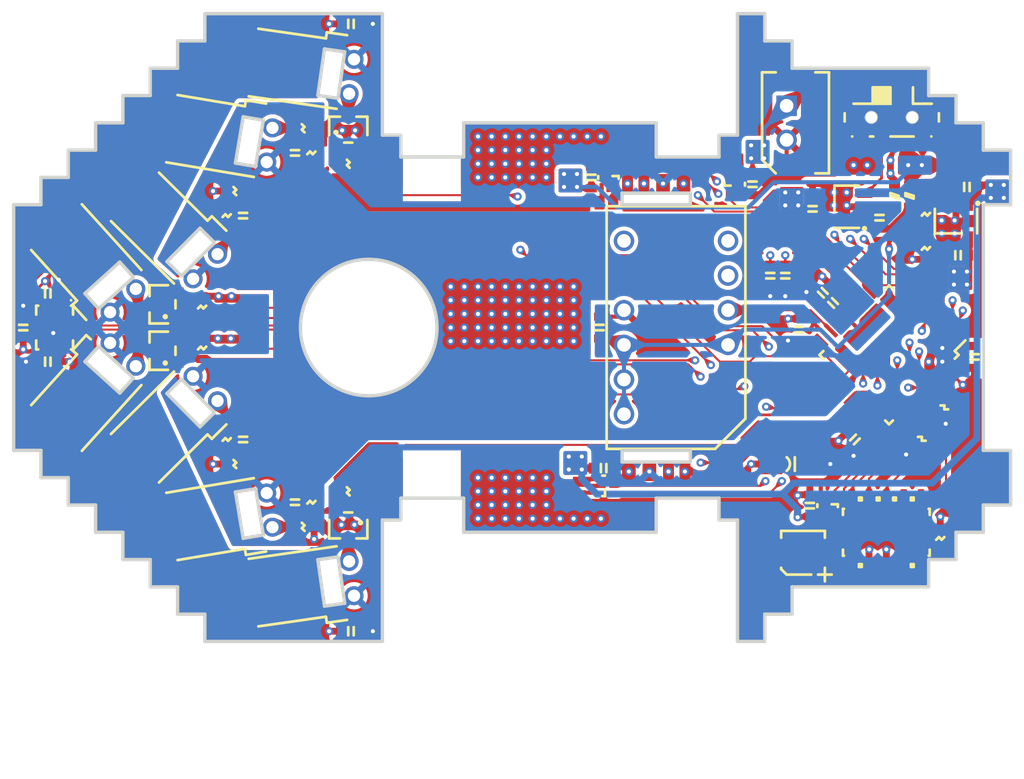
<source format=kicad_pcb>
(kicad_pcb (version 20221018) (generator pcbnew)
  (layers (0 "F.Cu" signal) (1 "In1.Cu" signal) (2 "In2.Cu" signal) (31 "B.Cu" signal) (34 "B.Paste" user) (35 "F.Paste" user) (36 "B.SilkS" user "B.Silkscreen") (37 "F.SilkS" user "F.Silkscreen") (38 "B.Mask" user) (39 "F.Mask" user) (44 "Edge.Cuts" user))
  (net 0 "")
  (net 1 "Net-(BZ1--)")
  (net 2 "Net-(BZ1-+)")
  (net 3 "Net-(U1-IN)")
  (net 4 "+3.3VA")
  (net 5 "GNDA")
  (net 6 "+BATT")
  (net 7 "GND")
  (net 8 "+3.3V")
  (net 9 "Net-(U4A-E)")
  (net 10 "FL_SEN")
  (net 11 "Net-(U4B-E)")
  (net 12 "SL_SEN")
  (net 13 "Net-(U4C-E)")
  (net 14 "SR_SEN")
  (net 15 "Net-(U4D-E)")
  (net 16 "FR_SEN")
  (net 17 "Power_EN")
  (net 22 "SWDIO")
  (net 23 "SWCLK")
  (net 24 "SWO")
  (net 27 "Net-(J3-Pin_9)")
  (net 28 "mcu_reset")
  (net 29 "Batt_voltage")
  (net 30 "FL_LED")
  (net 31 "SL_LED")
  (net 32 "SR_LED")
  (net 33 "FR_LED")
  (net 34 "IMU_AP_SCL")
  (net 35 "IMU_AP_SDA")
  (net 36 "HCMS_CLK")
  (net 37 "HCMS_RS")
  (net 38 "HCMS_DA")
  (net 39 "LMotor_IN2")
  (net 40 "LMotor_IN1")
  (net 41 "RMotor_IN2")
  (net 42 "RMotor_IN1")
  (net 43 "Right_B")
  (net 44 "SMotor_PWM")
  (net 45 "Right_A")
  (net 46 "Buzzer_PWM")
  (net 47 "Left_B")
  (net 48 "Left_A")
  (net 49 "IMU_CLKIN")
  (net 50 "IMU_INT")
  (net 51 "HCMS_CE")
  (net 52 "Net-(D1A-K)")
  (net 53 "Net-(D1B-K)")
  (net 54 "Net-(D1C-K)")
  (net 55 "Net-(D1D-K)")
  (net 56 "Net-(J6-Pin_2)")
  (net 57 "Net-(J6-Pin_1)")
  (net 58 "Net-(J7-Pin_2)")
  (net 59 "Net-(J7-Pin_1)")
  (net 60 "Net-(J8-Pin_2)")
  (net 61 "Net-(J8-Pin_1)")
  (footprint "uglyBob_HS:AS5047Connector" (layer "F.Cu") (at 107.05 90.15)
    (fp_text reference "J4" hide)
    (fp_text value "Right_Encoder_Conn")
  )
  (footprint "SMD_HS:0603_1608_C" (layer "F.Cu") (at 114.1 89.5 90)
    (fp_text reference "C26" hide)
    (fp_text value "100nF")
  )
  (footprint "SMD_HS:0603_1608_C" (layer "F.Cu") (at 117.5 100.15 90)
    (fp_text reference "C11" hide)
    (fp_text value "100nF")
  )
  (footprint "Connector_HS:5267-02A" (layer "F.Cu") (at 116.6 85 -90)
    (fp_text reference "J2" hide)
    (fp_text value "Charge_Conn" hide)
  )
  (footprint "SMD_HS:0603_1608_R" (layer "F.Cu") (at 73.8 98.5 90)
    (fp_text reference "R14" hide)
    (fp_text value "30k")
  )
  (footprint "SMD_HS:0603_1608_C" (layer "F.Cu") (at 103.2 110.3 180)
    (fp_text reference "C25" hide)
    (fp_text value "100nF")
  )
  (footprint "SMD_HS:0603_1608_R" (layer "F.Cu") (at 81.8 87.2 90)
    (fp_text reference "R9" hide)
    (fp_text value "1.2M")
  )
  (footprint "SMD_HS:0603_1608_R" (layer "F.Cu") (at 76.2 110 180)
    (fp_text reference "R5" hide)
    (fp_text value "1.2M")
  )
  (footprint "SMD_HS:0603_1608_R" (layer "F.Cu") (at 84.5 88)
    (fp_text reference "R15" hide)
    (fp_text value "30k")
  )
  (footprint "uglyBob_HS:BobIRSensor" (layer "F.Cu") (at 100 100)
    (fp_text reference "U4" hide)
    (fp_text value "SFH313FA")
  )
  (footprint "SMD_HS:0603_1608_C" (layer "F.Cu") (at 116.5 96.2 90)
    (fp_text reference "C6" hide)
    (fp_text value "1uF")
  )
  (footprint "Package_TO_SOT_SMD_HS:SOT-23-5_HandSoldering_without4" (layer "F.Cu") (at 129 92.2 -90)
    (fp_text reference "U2" hide)
    (fp_text value "TPS7A2033PDBVR")
  )
  (footprint "uglyBob_HS:batteryConnector" (layer "F.Cu") (at 124 88.1 180)
    (fp_text reference "J1" hide)
    (fp_text value "Battery_Conn")
  )
  (footprint "SMD_HS:0603_1608_R" (layer "F.Cu") (at 84.5 112 180)
    (fp_text reference "R12" hide)
    (fp_text value "30k")
  )
  (footprint "Connector_HS:FTSH-105-01-L-DV-K" (layer "F.Cu") (at 123.9 115 90)
    (fp_text reference "J3" hide)
    (fp_text value "Conn_02x05_Odd_Even" hide)
  )
  (footprint "SMD_HS:0603_1608_C" (layer "F.Cu") (at 76.8 108.2 -90)
    (fp_text reference "C14" hide)
    (fp_text value "2nF")
  )
  (footprint "Package_TO_SOT_SMD_HS:SOT-23" (layer "F.Cu") (at 70.9 98.3 180)
    (fp_text reference "U7" hide)
    (fp_text value "PMV15ENER")
  )
  (footprint "SMD_HS:0603_1608_C" (layer "F.Cu") (at 80.6 87.2 -90)
    (fp_text reference "C16" hide)
    (fp_text value "2nF")
  )
  (footprint "SMD_HS:0603_1608_C" (layer "F.Cu") (at 121.6 108.2 135)
    (fp_text reference "C12" hide)
    (fp_text value "100nF")
  )
  (footprint "Package_TO_SOT_SMD_HS:SOT-23" (layer "F.Cu") (at 84.5 114.5 -90)
    (fp_text reference "U5" hide)
    (fp_text value "PMV15ENER")
  )
  (footprint "SMD_HS:0603_1608_C" (layer "F.Cu") (at 60.7 100 90)
    (fp_text reference "C21" hide)
    (fp_text value "10nF")
  )
  (footprint "Package_QFP_HS:LQFP-48_7x7mm_P0.5mm" (layer "F.Cu") (at 124.1 102 -135)
    (fp_text reference "U3" hide)
    (fp_text value "STM32G4xxC")
  )
  (footprint "Display_HS:HCMS-390x" (layer "F.Cu") (at 108.5 100 90)
    (fp_text reference "U13" hide)
    (fp_text value "HCMS-390X")
  )
  (footprint "SMD_HS:0603_1608_R" (layer "F.Cu") (at 75.6 91.8 90)
    (fp_text reference "R6" hide)
    (fp_text value "1.2M")
  )
  (footprint "SMD_HS:0603_1608_L" (layer "F.Cu") (at 124.5 90.35 -90)
    (fp_text reference "FB2" hide)
    (fp_text value "600R@100MHz")
  )
  (footprint "uglyBob_HS:BobIRLED" (layer "F.Cu") (at 100 100)
    (fp_text reference "D1" hide)
    (fp_text value "SFH4550")
  )
  (footprint "SMD_HS:0603_1608_C" (layer "F.Cu") (at 120 98.2 45)
    (fp_text reference "C8" hide)
    (fp_text value "10nF")
  )
  (footprint "Button_Switch_SMD_HS:EG1215AA" (layer "F.Cu") (at 124.3 84.6 180)
    (fp_text reference "SW1" hide)
    (fp_text value "SW_SPDT" hide)
    (fp_circle (center -1.5 0) (end -1.05 0) (stroke (width 0.05)) (fill none) (layer "Edge.Cuts"))
    (fp_circle (center 1.5 0) (end 1.95 0) (stroke (width 0.05)) (fill none) (layer "Edge.Cuts"))
  )
  (footprint "SMD_HS:0603_1608_R" (layer "F.Cu") (at 127.85 115.45 -90)
    (fp_text reference "R1" hide)
    (fp_text value "100")
  )
  (footprint "SMD_HS:0603_1608_C" (layer "F.Cu") (at 115.4 96.2 90)
    (fp_text reference "C5" hide)
    (fp_text value "1uF")
  )
  (footprint "SMD_HS:0603_1608_C" (layer "F.Cu") (at 62.5 97.5)
    (fp_text reference "C22" hide)
    (fp_text value "100nF")
  )
  (footprint "uglyBob_HS:AS5047Connector" (layer "F.Cu") (at 107.05 109.85 180)
    (fp_text reference "J5" hide)
    (fp_text value "Left_Encoder_Conn")
  )
  (footprint "SMD_HS:0603_1608_R" (layer "F.Cu") (at 126.8 91.7 -90)
    (fp_text reference "R10" hide)
    (fp_text value "10k")
  )
  (footprint "SMD_HS:0603_1608_C" (layer "F.Cu") (at 129.15 94.7 180)
    (fp_text reference "C4" hide)
    (fp_text value "1uF")
  )
  (footprint "SMD_HS:0603_1608_R" (layer "F.Cu") (at 76.2 90 180)
    (fp_text reference "R7" hide)
    (fp_text value "1.2M")
  )
  (footprint "SMD_HS:0603_1608_R" (layer "F.Cu") (at 81.2 114.6)
    (fp_text reference "R2" hide)
    (fp_text value "1.2M")
  )
  (footprint "SMD_HS:0603_1608_R" (layer "F.Cu") (at 128.15 105.85 45)
    (fp_text reference "R17" hide)
    (fp_text value "10k")
  )
  (footprint "uglyBob_HS:MotorConnector" (layer "F.Cu") (at 101.45 111.8 90)
    (fp_text reference "J7" hide)
    (fp_text value "LMotor_Conn" hide)
  )
  (footprint "SMD_HS:0603_1608_C" (layer "F.Cu") (at 80.6 112.8 90)
    (fp_text reference "C13" hide)
    (fp_text value "2nF")
  )
  (footprint "SMD_HS:0603_1608_L" (layer "F.Cu") (at 125.6 90.35 90)
    (fp_text reference "FB1" hide)
    (fp_text value "600R@100MHz")
  )
  (footprint "Package_TO_SOT_SMD_HS:SOT-23" (layer "F.Cu") (at 84.5 85.5 90)
    (fp_text reference "U8" hide)
    (fp_text value "PMV15ENER")
  )
  (footprint "Package_TO_SOT_SMD_HS:SOT-563" (layer "F.Cu") (at 112.8 89.5 90)
    (fp_text reference "U12" hide)
    (fp_text value "DRV8212DRLR" hide)
  )
  (footprint "Package_TO_SOT_SMD_HS:SOT-23" (layer "F.Cu") (at 70.9 101.7 180)
    (fp_text reference "U6" hide)
    (fp_text value "PMV15ENER")
  )
  (footprint "Package_TO_SOT_SMD_HS:SOT-563" (layer "F.Cu") (at 119.6 113.05 -90)
    (fp_text reference "U14" hide)
    (fp_text value "DRV8212DRLR" hide)
  )
  (footprint "Package_TO_SOT_SMD_HS:SOT-563" (layer "F.Cu") (at 103.2 111.6 180)
    (fp_text reference "U11" hide)
    (fp_text value "DRV8212DRLR" hide)
  )
  (footprint "Package_TO_SOT_SMD_HS:SOT-563" (layer "F.Cu") (at 103.55 89 -90)
    (fp_text reference "U10" hide)
    (fp_text value "DRV8212DRLR" hide)
  )
  (footprint "SMD_HS:0603_1608_C" (layer "F.Cu") (at 84.7 122.25)
    (fp_text reference "C17" hide)
    (fp_text value "2.2uF" hide)
  )
  (footprint "SMD_HS:0603_1608_C" (layer "F.Cu") (at 130.35 102.15 -90)
    (fp_text reference "C10" hide)
    (fp_text value "100nF")
  )
  (footprint "uglyBob_HS:MotorConnector" (layer "F.Cu") (at 112.55 87.75)
    (fp_text reference "J8" hide)
    (fp_text value "SMotor_Conn")
  )
  (footprint "Package_TO_SOT_SMD_HS:SOT-23-5_HandSoldering_without4" (layer "F.Cu") (at 121 91.15 180)
    (fp_text reference "U1" hide)
    (fp_text value "TPS7A2033PDBVR")
  )
  (footprint "SMD_HS:0603_1608_R" (layer "F.Cu") (at 81.8 112.8 -90)
    (fp_text reference "R3" hide)
    (fp_text value "1.2M")
  )
  (footprint "SMD_HS:0603_1608_R" (layer "F.Cu") (at 81.2 85.4)
    (fp_text reference "R8" hide)
    (fp_text value "1.2M")
  )
  (footprint "SMD_HS:0603_1608_C" (layer "F.Cu") (at 62.5 102.5 180)
    (fp_text reference "C23" hide)
    (fp_text value "2.2uF")
  )
  (footprint "uglyBob_HS:MotorConnector" (layer "F.Cu") (at 103.4 90.85 180)
    (fp_text reference "J6" hide)
    (fp_text value "RMotor_Conn")
  )
  (footprint "SMD_HS:0603_1608_R" (layer "F.Cu") (at 73.8 101.5 90)
    (fp_text reference "R13" hide)
    (fp_text value "30k")
  )
  (footprint "Buzzer_HS:CMT-332-65-SMT-TR" (layer "F.Cu") (at 117.8 116.5 180)
    (fp_text reference "BZ1" hide)
    (fp_text value "CMT-322-65-SMT-TR" hide)
  )
  (footprint "SMD_HS:0603_1608_R" (layer "F.Cu") (at 75.6 108.2 -90)
    (fp_text reference "R4" hide)
    (fp_text value "1.2M")
  )
  (footprint "SMD_HS:0603_1608_C" (layer "F.Cu") (at 118.5 91.3 90)
    (fp_text reference "C2" hide)
    (fp_text value "1uF")
  )
  (footprint "Package_LGA_HS:LGA-14_2.5x3x0.91_long" (layer "F.Cu") (at 63 100 -90)
    (fp_text reference "U9" hide)
    (fp_text value "ICM-42688-V")
  )
  (footprint "SMD_HS:0603_1608_C" (layer "F.Cu") (at 84.7 77.75)
    (fp_text reference "C20" hide)
    (fp_text value "2.2uF")
  )
  (footprint "SMD_HS:1206_3216_C_Polarized_HandSolder" (layer "F.Cu") (at 116.9 110 180)
    (fp_text reference "C9" hide)
    (fp_text value "4.7uF")
  )
  (footprint "SMD_HS:0603_1608_C" (layer "F.Cu") (at 119.25 97.45 45)
    (fp_text reference "C7" hide)
    (fp_text value "100nF")
  )
  (footprint "SMD_HS:0603_1608_R" (layer "F.Cu") (at 126.8 94.2 -90)
    (fp_text reference "R11" hide)
    (fp_text value "10k")
  )
  (footprint "SMD_HS:0603_1608_C" (layer "F.Cu") (at 102.9 100 -90)
    (fp_text reference "C27" hide)
    (fp_text value "100nF")
  )
  (footprint "SMD_HS:0603_1608_C" (layer "F.Cu") (at 129.8 89.7 180)
    (fp_text reference "C3" hide)
    (fp_text value "1uF")
  )
  (footprint "SMD_HS:0603_1608_R" (layer "F.Cu") (at 126.5 108.15 45)
    (fp_text reference "R16" hide)
    (fp_text value "10k")
  )
  (footprint "SMD_HS:0603_1608_C" (layer "F.Cu") (at 102.3 89 -90)
    (fp_text reference "C24" hide)
    (fp_text value "100nF")
  )
  (footprint "SMD_HS:0603_1608_C" (layer "F.Cu") (at 76.8 91.8 90)
    (fp_text reference "C15" hide)
    (fp_text value "2nF")
  )
  (footprint "SMD_HS:0603_1608_C" (layer "F.Cu") (at 118.3 113.05 -90)
    (fp_text reference "C28" hide)
    (fp_text value "100nF")
  )
  (footprint "SMD_HS:0603_1608_C" (layer "F.Cu") (at 123.4 91.95 90)
    (fp_text reference "C1" hide)
    (fp_text value "1uF")
  )
  (gr_line (start 131 109) (end 131 91) (stroke (width 0.25)) (layer "Edge.Cuts"))
  (gr_line (start 113 85.9) (end 111.65 85.9) (stroke (width 0.25)) (layer "Edge.Cuts"))
  (gr_line (start 70 119) (end 72 119) (stroke (width 0.25)) (layer "Edge.Cuts"))
  (gr_line (start 74 77) (end 74 79) (stroke (width 0.25)) (layer "Edge.Cuts"))
  (gr_line (start 111.65 85.9) (end 111.65 87.5) (stroke (width 0.25)) (layer "Edge.Cuts"))
  (gr_line (start 104.55 90.15) (end 104.55 91) (stroke (width 0.25)) (layer "Edge.Cuts"))
  (gr_line (start 62 89) (end 62 91) (stroke (width 0.25)) (layer "Edge.Cuts"))
  (gr_line (start 72.289087 96.221512) (end 74.710913 93.778488) (stroke (width 0.25)) (layer "Edge.Cuts"))
  (gr_line (start 72 119) (end 72 121) (stroke (width 0.25)) (layer "Edge.Cuts"))
  (gr_line (start 82.271476 117.009831) (end 82.758777 120.415141) (stroke (width 0.25)) (layer "Edge.Cuts"))
  (gr_line (start 92.95 85) (end 92.95 87.5) (stroke (width 0.25)) (layer "Edge.Cuts"))
  (gr_line (start 109.55 91) (end 109.55 90.15) (stroke (width 0.25)) (layer "Edge.Cuts"))
  (gr_line (start 107.05 87.5) (end 107.05 85) (stroke (width 0.25)) (layer "Edge.Cuts"))
  (gr_line (start 76.236736 112.051104) (end 76.804391 115.443944) (stroke (width 0.25)) (layer "Edge.Cuts"))
  (gr_line (start 60 109) (end 62 109) (stroke (width 0.25)) (layer "Edge.Cuts"))
  (gr_line (start 92.95 87.5) (end 88.35 87.5) (stroke (width 0.25)) (layer "Edge.Cuts"))
  (gr_line (start 131 113) (end 133 113) (stroke (width 0.25)) (layer "Edge.Cuts"))
  (gr_line (start 74.710913 93.778488) (end 73.645641 92.72246) (stroke (width 0.25)) (layer "Edge.Cuts"))
  (gr_line (start 78.283828 84.80358) (end 76.804391 84.556056) (stroke (width 0.25)) (layer "Edge.Cuts"))
  (gr_line (start 66.224452 101.382569) (end 65.218185 102.494965) (stroke (width 0.25)) (layer "Edge.Cuts"))
  (gr_line (start 129 117) (end 129 115) (stroke (width 0.25)) (layer "Edge.Cuts"))
  (gr_line (start 104.55 91) (end 109.55 91) (stroke (width 0.25)) (layer "Edge.Cuts"))
  (gr_line (start 129 115) (end 131 115) (stroke (width 0.25)) (layer "Edge.Cuts"))
  (gr_line (start 117 119) (end 127 119) (stroke (width 0.25)) (layer "Edge.Cuts"))
  (gr_line (start 88.35 85.9) (end 87 85.9) (stroke (width 0.25)) (layer "Edge.Cuts"))
  (gr_line (start 111.65 114.1) (end 113 114.1) (stroke (width 0.25)) (layer "Edge.Cuts"))
  (gr_line (start 78.283828 115.19642) (end 77.716172 111.80358) (stroke (width 0.25)) (layer "Edge.Cuts"))
  (gr_line (start 115 123) (end 115 121) (stroke (width 0.25)) (layer "Edge.Cuts"))
  (gr_line (start 87 114.1) (end 88.35 114.1) (stroke (width 0.25)) (layer "Edge.Cuts"))
  (gr_line (start 115 79) (end 115 77) (stroke (width 0.25)) (layer "Edge.Cuts"))
  (gr_line (start 88.35 112.5) (end 92.95 112.5) (stroke (width 0.25)) (layer "Edge.Cuts"))
  (gr_line (start 107.05 85) (end 92.95 85) (stroke (width 0.25)) (layer "Edge.Cuts"))
  (gr_line (start 111.65 87.5) (end 107.05 87.5) (stroke (width 0.25)) (layer "Edge.Cuts"))
  (gr_line (start 133 87) (end 131 87) (stroke (width 0.25)) (layer "Edge.Cuts"))
  (gr_line (start 111.65 112.5) (end 111.65 114.1) (stroke (width 0.25)) (layer "Edge.Cuts"))
  (gr_line (start 83.756349 83.202655) (end 84.243651 79.797345) (stroke (width 0.25)) (layer "Edge.Cuts"))
  (gr_line (start 77.716172 88.19642) (end 78.283828 84.80358) (stroke (width 0.25)) (layer "Edge.Cuts"))
  (gr_line (start 68.775548 96.309725) (end 67.769281 95.197328) (stroke (width 0.25)) (layer "Edge.Cuts"))
  (gr_line (start 129 85) (end 129 83) (stroke (width 0.25)) (layer "Edge.Cuts"))
  (gr_line (start 127 81) (end 117 81) (stroke (width 0.25)) (layer "Edge.Cuts"))
  (gr_line (start 60 91) (end 60 109) (stroke (width 0.25)) (layer "Edge.Cuts"))
  (gr_line (start 87 77) (end 74 77) (stroke (width 0.25)) (layer "Edge.Cuts"))
  (gr_line (start 66 113) (end 66 115) (stroke (width 0.25)) (layer "Edge.Cuts"))
  (gr_line (start 72 79) (end 72 81) (stroke (width 0.25)) (layer "Edge.Cuts"))
  (gr_line (start 92.95 112.5) (end 92.95 115) (stroke (width 0.25)) (layer "Edge.Cuts"))
  (gr_line (start 65.218185 97.505035) (end 66.224452 98.617431) (stroke (width 0.25)) (layer "Edge.Cuts"))
  (gr_line (start 68 115) (end 68 117) (stroke (width 0.25)) (layer "Edge.Cuts"))
  (gr_line (start 84.243651 120.202655) (end 83.756349 116.797345) (stroke (width 0.25)) (layer "Edge.Cuts"))
  (gr_line (start 113 77) (end 113 85.9) (stroke (width 0.25)) (layer "Edge.Cuts"))
  (gr_line (start 127 119) (end 127 117) (stroke (width 0.25)) (layer "Edge.Cuts"))
  (gr_line (start 64 113) (end 66 113) (stroke (width 0.25)) (layer "Edge.Cuts"))
  (gr_line (start 77.716172 111.80358) (end 76.236736 112.051104) (stroke (width 0.25)) (layer "Edge.Cuts"))
  (gr_line (start 72.289087 103.778488) (end 71.223816 104.834517) (stroke (width 0.25)) (layer "Edge.Cuts"))
  (gr_line (start 76.804391 84.556056) (end 76.236736 87.948896) (stroke (width 0.25)) (layer "Edge.Cuts"))
  (gr_line (start 64 87) (end 64 89) (stroke (width 0.25)) (layer "Edge.Cuts"))
  (gr_line (start 133 113) (end 133 109) (stroke (width 0.25)) (layer "Edge.Cuts"))
  (gr_line (start 70 81) (end 70 83) (stroke (width 0.25)) (layer "Edge.Cuts"))
  (gr_line (start 87 123) (end 87 114.1) (stroke (width 0.25)) (layer "Edge.Cuts"))
  (gr_line (start 62 91) (end 60 91) (stroke (width 0.25)) (layer "Edge.Cuts"))
  (gr_line (start 67.769281 95.197328) (end 65.218185 97.505035) (stroke (width 0.25)) (layer "Edge.Cuts"))
  (gr_line (start 107.05 112.5) (end 111.65 112.5) (stroke (width 0.25)) (layer "Edge.Cuts"))
  (gr_line (start 74 79) (end 72 79) (stroke (width 0.25)) (layer "Edge.Cuts"))
  (gr_line (start 113 114.1) (end 113 123) (stroke (width 0.25)) (layer "Edge.Cuts"))
  (gr_line (start 131 85) (end 129 85) (stroke (width 0.25)) (layer "Edge.Cuts"))
  (gr_line (start 71.223816 104.834517) (end 73.645641 107.27754) (stroke (width 0.25)) (layer "Edge.Cuts"))
  (gr_line (start 104.55 109.85) (end 109.55 109.85) (stroke (width 0.25)) (layer "Edge.Cuts"))
  (gr_line (start 68 85) (end 66 85) (stroke (width 0.25)) (layer "Edge.Cuts"))
  (gr_line (start 83.756349 116.797345) (end 82.271476 117.009831) (stroke (width 0.25)) (layer "Edge.Cuts"))
  (gr_line (start 72 81) (end 70 81) (stroke (width 0.25)) (layer "Edge.Cuts"))
  (gr_line (start 66 85) (end 66 87) (stroke (width 0.25)) (layer "Edge.Cuts"))
  (gr_line (start 107.05 115) (end 107.05 112.5) (stroke (width 0.25)) (layer "Edge.Cuts"))
  (gr_line (start 68 117) (end 70 117) (stroke (width 0.25)) (layer "Edge.Cuts"))
  (gr_line (start 82.758777 120.415141) (end 84.243651 120.202655) (stroke (width 0.25)) (layer "Edge.Cuts"))
  (gr_line (start 64 89) (end 62 89) (stroke (width 0.25)) (layer "Edge.Cuts"))
  (gr_line (start 82.758777 79.584859) (end 82.271476 82.990169) (stroke (width 0.25)) (layer "Edge.Cuts"))
  (gr_line (start 109.55 90.15) (end 104.55 90.15) (stroke (width 0.25)) (layer "Edge.Cuts"))
  (gr_line (start 68.775548 103.690275) (end 66.224452 101.382569) (stroke (width 0.25)) (layer "Edge.Cuts"))
  (gr_circle (center 86 100) (end 91 100) (stroke (width 0.25)) (fill none) (layer "Edge.Cuts"))
  (gr_line (start 88.35 87.5) (end 88.35 85.9) (stroke (width 0.25)) (layer "Edge.Cuts"))
  (gr_line (start 74.710913 106.221512) (end 72.289087 103.778488) (stroke (width 0.25)) (layer "Edge.Cuts"))
  (gr_line (start 87 85.9) (end 87 77) (stroke (width 0.25)) (layer "Edge.Cuts"))
  (gr_line (start 74 121) (end 74 123) (stroke (width 0.25)) (layer "Edge.Cuts"))
  (gr_line (start 73.645641 92.72246) (end 71.223816 95.165483) (stroke (width 0.25)) (layer "Edge.Cuts"))
  (gr_line (start 131 91) (end 133 91) (stroke (width 0.25)) (layer "Edge.Cuts"))
  (gr_line (start 66.224452 98.617431) (end 68.775548 96.309725) (stroke (width 0.25)) (layer "Edge.Cuts"))
  (gr_line (start 131 115) (end 131 113) (stroke (width 0.25)) (layer "Edge.Cuts"))
  (gr_line (start 109.55 109) (end 104.55 109) (stroke (width 0.25)) (layer "Edge.Cuts"))
  (gr_line (start 92.95 115) (end 107.05 115) (stroke (width 0.25)) (layer "Edge.Cuts"))
  (gr_line (start 82.271476 82.990169) (end 83.756349 83.202655) (stroke (width 0.25)) (layer "Edge.Cuts"))
  (gr_line (start 84.243651 79.797345) (end 82.758777 79.584859) (stroke (width 0.25)) (layer "Edge.Cuts"))
  (gr_line (start 71.223816 95.165483) (end 72.289087 96.221512) (stroke (width 0.25)) (layer "Edge.Cuts"))
  (gr_line (start 73.645641 107.27754) (end 74.710913 106.221512) (stroke (width 0.25)) (layer "Edge.Cuts"))
  (gr_line (start 62 111) (end 64 111) (stroke (width 0.25)) (layer "Edge.Cuts"))
  (gr_line (start 117 79) (end 115 79) (stroke (width 0.25)) (layer "Edge.Cuts"))
  (gr_line (start 115 121) (end 117 121) (stroke (width 0.25)) (layer "Edge.Cuts"))
  (gr_line (start 113 123) (end 115 123) (stroke (width 0.25)) (layer "Edge.Cuts"))
  (gr_line (start 67.769281 104.802672) (end 68.775548 103.690275) (stroke (width 0.25)) (layer "Edge.Cuts"))
  (gr_line (start 76.236736 87.948896) (end 77.716172 88.19642) (stroke (width 0.25)) (layer "Edge.Cuts"))
  (gr_line (start 62 109) (end 62 111) (stroke (width 0.25)) (layer "Edge.Cuts"))
  (gr_line (start 65.218185 102.494965) (end 67.769281 104.802672) (stroke (width 0.25)) (layer "Edge.Cuts"))
  (gr_line (start 131 87) (end 131 85) (stroke (width 0.25)) (layer "Edge.Cuts"))
  (gr_line (start 70 117) (end 70 119) (stroke (width 0.25)) (layer "Edge.Cuts"))
  (gr_line (start 72 121) (end 74 121) (stroke (width 0.25)) (layer "Edge.Cuts"))
  (gr_line (start 127 83) (end 127 81) (stroke (width 0.25)) (layer "Edge.Cuts"))
  (gr_line (start 115 77) (end 113 77) (stroke (width 0.25)) (layer "Edge.Cuts"))
  (gr_line (start 109.55 109.85) (end 109.55 109) (stroke (width 0.25)) (layer "Edge.Cuts"))
  (gr_line (start 127 117) (end 129 117) (stroke (width 0.25)) (layer "Edge.Cuts"))
  (gr_line (start 104.55 109) (end 104.55 109.85) (stroke (width 0.25)) (layer "Edge.Cuts"))
  (gr_line (start 64 111) (end 64 113) (stroke (width 0.25)) (layer "Edge.Cuts"))
  (gr_line (start 74 123) (end 87 123) (stroke (width 0.25)) (layer "Edge.Cuts"))
  (gr_line (start 117 121) (end 117 119) (stroke (width 0.25)) (layer "Edge.Cuts"))
  (gr_line (start 133 91) (end 133 87) (stroke (width 0.25)) (layer "Edge.Cuts"))
  (gr_line (start 68 83) (end 68 85) (stroke (width 0.25)) (layer "Edge.Cuts"))
  (gr_line (start 88.35 114.1) (end 88.35 112.5) (stroke (width 0.25)) (layer "Edge.Cuts"))
  (gr_line (start 66 115) (end 68 115) (stroke (width 0.25)) (layer "Edge.Cuts"))
  (gr_line (start 76.804391 115.443944) (end 78.283828 115.19642) (stroke (width 0.25)) (layer "Edge.Cuts"))
  (gr_line (start 133 109) (end 131 109) (stroke (width 0.25)) (layer "Edge.Cuts"))
  (gr_line (start 117 81) (end 117 79) (stroke (width 0.25)) (layer "Edge.Cuts"))
  (gr_line (start 129 83) (end 127 83) (stroke (width 0.25)) (layer "Edge.Cuts"))
  (gr_line (start 66 87) (end 64 87) (stroke (width 0.25)) (layer "Edge.Cuts"))
  (gr_line (start 70 83) (end 68 83) (stroke (width 0.25)) (layer "Edge.Cuts"))
  (gr_text "" (at 60 131.269996) (layer "Edge.Cuts") (effects (font (size 4.83362 2.807893) (thickness 0.604202)) (justify left top)))
  (gr_text "" (at 60 124.019566) (layer "Edge.Cuts") (effects (font (size 4.83362 3.04518) (thickness 0.604202)) (justify left top)))
  (gr_text "" (at 60 124.019566) (layer "Edge.Cuts") (effects (font (size 4.83362 3.04518) (thickness 0.604202)) (justify left top)))
  (segment (start 120.1 115.4) (end 119 116.5) (width 0.2) (layer "F.Cu") (net 1))
  (segment (start 120.1 113.79) (end 120.1 115.4) (width 0.2) (layer "F.Cu") (net 1))
  (segment (start 116.6 116.5) (end 118 115.1) (width 0.2) (layer "F.Cu") (net 2))
  (segment (start 118 115.1) (end 119.1 115.1) (width 0.2) (layer "F.Cu") (net 2))
  (segment (start 119.1 115.1) (end 119.1 113.79) (width 0.2) (layer "F.Cu") (net 2))
  (segment (start 124.180596 92.75) (end 123.4 92.75) (width 0.5) (layer "F.Cu") (net 3))
  (segment (start 125.6 91.330596) (end 124.180596 92.75) (width 0.5) (layer "F.Cu") (net 3))
  (segment (start 122.75 92.1) (end 123.4 92.75) (width 0.5) (layer "F.Cu") (net 3))
  (segment (start 125.6 91.15) (end 125.6 91.330596) (width 0.5) (layer "F.Cu") (net 3))
  (segment (start 122.3 92.1) (end 122.75 92.1) (width 0.5) (layer "F.Cu") (net 3))
  (segment (start 119.434315 98.765685) (end 118.684315 98.015685) (width 0.2) (layer "F.Cu") (net 4))
  (segment (start 118.684315 98.015685) (end 118.665685 98.015685) (width 0.2) (layer "F.Cu") (net 4))
  (segment (start 118.5 92.1) (end 117.45 91.05) (width 0.5) (layer "F.Cu") (net 4))
  (segment (start 119.805025 98.765685) (end 120.564466 99.525126) (width 0.2) (layer "F.Cu") (net 4))
  (segment (start 118.665685 98.015685) (end 118.05 97.4) (width 0.2) (layer "F.Cu") (net 4))
  (segment (start 119.434315 99.102082) (end 120.210913 99.87868) (width 0.2) (layer "F.Cu") (net 4))
  (segment (start 116.5 97) (end 116.5 97.7) (width 0.2) (layer "F.Cu") (net 4))
  (segment (start 119.7 92.1) (end 118.5 92.1) (width 0.5) (layer "F.Cu") (net 4))
  (segment (start 119.434315 98.765685) (end 119.434315 99.102082) (width 0.2) (layer "F.Cu") (net 4))
  (segment (start 115.4 97) (end 115.4 97.7) (width 0.2) (layer "F.Cu") (net 4))
  (segment (start 119.434315 98.765685) (end 119.805025 98.765685) (width 0.2) (layer "F.Cu") (net 4))
  (via (at 116.5 90.1) (size 0.6) (drill 0.3) (layers "F.Cu" "B.Cu") (net 4))
  (via (at 116.5 91.05) (size 0.6) (drill 0.3) (layers "F.Cu" "B.Cu") (net 4))
  (via (at 117.45 90.1) (size 0.6) (drill 0.3) (layers "F.Cu" "B.Cu") (net 4))
  (via (at 118.05 97.4) (size 0.6) (drill 0.3) (layers "F.Cu" "B.Cu") (net 4))
  (via (at 115.4 97.7) (size 0.6) (drill 0.3) (layers "F.Cu" "B.Cu") (net 4))
  (via (at 116.5 97.7) (size 0.6) (drill 0.3) (layers "F.Cu" "B.Cu") (net 4))
  (via (at 117.45 91.05) (size 0.6) (drill 0.3) (layers "F.Cu" "B.Cu") (net 4))
  (segment (start 119.815685 96.865685) (end 119.2 96.25) (width 0.2) (layer "F.Cu") (net 5))
  (segment (start 82 113.8) (end 81.8 113.6) (width 0.3) (layer "F.Cu") (net 5))
  (segment (start 75.4 110) (end 75.4 109.2) (width 0.3) (layer "F.Cu") (net 5))
  (segment (start 75.4 109.2) (end 75.6 109) (width 0.3) (layer "F.Cu") (net 5))
  (segment (start 82 85.4) (end 82 86.2) (width 0.3) (layer "F.Cu") (net 5))
  (segment (start 75.4 90) (end 75.4 90.8) (width 0.3) (layer "F.Cu") (net 5))
  (segment (start 120.1 98.353554) (end 120.1 98.1) (width 0.2) (layer "F.Cu") (net 5))
  (segment (start 122.3 91.15) (end 121.1 91.15) (width 0.5) (layer "F.Cu") (net 5))
  (segment (start 82 114.6) (end 82 113.8) (width 0.3) (layer "F.Cu") (net 5))
  (segment (start 116.5 95.4) (end 116.5 94.7) (width 0.2) (layer "F.Cu") (net 5))
  (segment (start 119.815685 96.884315) (end 119.815685 96.865685) (width 0.2) (layer "F.Cu") (net 5))
  (segment (start 82 86.2) (end 81.8 86.4) (width 0.3) (layer "F.Cu") (net 5))
  (segment (start 120.918019 99.171573) (end 120.1 98.353554) (width 0.2) (layer "F.Cu") (net 5))
  (segment (start 120.1 98.1) (end 120.565685 97.634315) (width 0.2) (layer "F.Cu") (net 5))
  (segment (start 75.4 90.8) (end 75.6 91) (width 0.3) (layer "F.Cu") (net 5))
  (segment (start 75.4 90) (end 74.6 90) (width 0.2) (layer "F.Cu") (net 5))
  (segment (start 121.1 91.15) (end 121 91.05) (width 0.5) (layer "F.Cu") (net 5))
  (segment (start 82 114.6) (end 82 115.5) (width 0.2) (layer "F.Cu") (net 5))
  (segment (start 120.45 90.5) (end 121 91.05) (width 0.5) (layer "F.Cu") (net 5))
  (segment (start 118.5 90.5) (end 120.45 90.5) (width 0.5) (layer "F.Cu") (net 5))
  (segment (start 124.5 91.15) (end 122.3 91.15) (width 0.5) (layer "F.Cu") (net 5))
  (segment (start 115.4 95.4) (end 115.4 94.7) (width 0.2) (layer "F.Cu") (net 5))
  (segment (start 75.4 110) (end 74.6 110) (width 0.2) (layer "F.Cu") (net 5))
  (segment (start 120.565685 97.634315) (end 119.815685 96.884315) (width 0.2) (layer "F.Cu") (net 5))
  (via (at 99 97) (size 0.6) (drill 0.3) (layers "F.Cu" "B.Cu") (net 5))
  (via (at 93 98) (size 0.6) (drill 0.3) (layers "F.Cu" "B.Cu") (net 5))
  (via (at 100 101) (size 0.6) (drill 0.3) (layers "F.Cu" "B.Cu") (net 5))
  (via (at 95 97) (size 0.6) (drill 0.3) (layers "F.Cu" "B.Cu") (net 5))
  (via (at 92 97) (size 0.6) (drill 0.3) (layers "F.Cu" "B.Cu") (net 5))
  (via (at 74.6 90) (size 0.6) (drill 0.3) (layers "F.Cu" "B.Cu") (net 5))
  (via (at 95 99) (size 0.6) (drill 0.3) (layers "F.Cu" "B.Cu") (net 5))
  (via (at 98 101) (size 0.6) (drill 0.3) (layers "F.Cu" "B.Cu") (net 5))
  (via (at 97 100) (size 0.6) (drill 0.3) (layers "F.Cu" "B.Cu") (net 5))
  (via (at 121 90.1) (size 0.6) (drill 0.3) (layers "F.Cu" "B.Cu") (net 5))
  (via (at 92 99) (size 0.6) (drill 0.3) (layers "F.Cu" "B.Cu") (net 5))
  (via (at 95 100) (size 0.6) (drill 0.3) (layers "F.Cu" "B.Cu") (net 5))
  (via (at 100 99) (size 0.6) (drill 0.3) (layers "F.Cu" "B.Cu") (net 5))
  (via (at 120.05 90.1) (size 0.6) (drill 0.3) (layers "F.Cu" "B.Cu") (net 5))
  (via (at 99 98) (size 0.6) (drill 0.3) (layers "F.Cu" "B.Cu") (net 5))
  (via (at 96 100) (size 0.6) (drill 0.3) (layers "F.Cu" "B.Cu") (net 5))
  (via (at 98 98) (size 0.6) (drill 0.3) (layers "F.Cu" "B.Cu") (net 5))
  (via (at 95 101) (size 0.6) (drill 0.3) (layers "F.Cu" "B.Cu") (net 5))
  (via (at 100 98) (size 0.6) (drill 0.3) (layers "F.Cu" "B.Cu") (net 5))
  (via (at 97 101) (size 0.6) (drill 0.3) (layers "F.Cu" "B.Cu") (net 5))
  (via (at 95 98) (size 0.6) (drill 0.3) (layers "F.Cu" "B.Cu") (net 5))
  (via (at 97 99) (size 0.6) (drill 0.3) (layers "F.Cu" "B.Cu") (net 5))
  (via (at 92 101) (size 0.6) (drill 0.3) (layers "F.Cu" "B.Cu") (net 5))
  (via (at 115.4 94.7) (size 0.6) (drill 0.3) (layers "F.Cu" "B.Cu") (net 5))
  (via (at 93 100) (size 0.6) (drill 0.3) (layers "F.Cu" "B.Cu") (net 5))
  (via (at 96 97) (size 0.6) (drill 0.3) (layers "F.Cu" "B.Cu") (net 5))
  (via (at 101 100) (size 0.6) (drill 0.3) (layers "F.Cu" "B.Cu") (net 5))
  (via (at 121 91.05) (size 0.6) (drill 0.3) (layers "F.Cu" "B.Cu") (net 5))
  (via (at 82 115.5) (size 0.6) (drill 0.3) (layers "F.Cu" "B.Cu") (net 5))
  (via (at 94 97) (size 0.6) (drill 0.3) (layers "F.Cu" "B.Cu") (net 5))
  (via (at 99 101) (size 0.6) (drill 0.3) (layers "F.Cu" "B.Cu") (net 5))
  (via (at 98 100) (size 0.6) (drill 0.3) (layers "F.Cu" "B.Cu") (net 5))
  (via (at 99 99) (size 0.6) (drill 0.3) (layers "F.Cu" "B.Cu") (net 5))
  (via (at 93 101) (size 0.6) (drill 0.3) (layers "F.Cu" "B.Cu") (net 5))
  (via (at 101 99) (size 0.6) (drill 0.3) (layers "F.Cu" "B.Cu") (net 5))
  (via (at 101 98) (size 0.6) (drill 0.3) (layers "F.Cu" "B.Cu") (net 5))
  (via (at 97 97) (size 0.6) (drill 0.3) (layers "F.Cu" "B.Cu") (net 5))
  (via (at 94 98) (size 0.6) (drill 0.3) (layers "F.Cu" "B.Cu") (net 5))
  (via (at 100 100) (size 0.6) (drill 0.3) (layers "F.Cu" "B.Cu") (net 5))
  (via (at 116.5 94.7) (size 0.6) (drill 0.3) (layers "F.Cu" "B.Cu") (net 5))
  (via (at 97 98) (size 0.6) (drill 0.3) (layers "F.Cu" "B.Cu") (net 5))
  (via (at 96 99) (size 0.6) (drill 0.3) (layers "F.Cu" "B.Cu") (net 5))
  (via (at 100 97) (size 0.6) (drill 0.3) (layers "F.Cu" "B.Cu") (net 5))
  (via (at 101 97) (size 0.6) (drill 0.3) (layers "F.Cu" "B.Cu") (net 5))
  (via (at 92 100) (size 0.6) (drill 0.3) (layers "F.Cu" "B.Cu") (net 5))
  (via (at 96 101) (size 0.6) (drill 0.3) (layers "F.Cu" "B.Cu") (net 5))
  (via (at 92 98) (size 0.6) (drill 0.3) (layers "F.Cu" "B.Cu") (net 5))
  (via (at 93 99) (size 0.6) (drill 0.3) (layers "F.Cu" "B.Cu") (net 5))
  (via (at 93 97) (size 0.6) (drill 0.3) (layers "F.Cu" "B.Cu") (net 5))
  (via (at 96 98) (size 0.6) (drill 0.3) (layers "F.Cu" "B.Cu") (net 5))
  (via (at 94 100) (size 0.6) (drill 0.3) (layers "F.Cu" "B.Cu") (net 5))
  (via (at 99 100) (size 0.6) (drill 0.3) (layers "F.Cu" "B.Cu") (net 5))
  (via (at 98 97) (size 0.6) (drill 0.3) (layers "F.Cu" "B.Cu") (net 5))
  (via (at 120.05 91.05) (size 0.6) (drill 0.3) (layers "F.Cu" "B.Cu") (net 5))
  (via (at 94 99) (size 0.6) (drill 0.3) (layers "F.Cu" "B.Cu") (net 5))
  (via (at 74.6 110) (size 0.6) (drill 0.3) (layers "F.Cu" "B.Cu") (net 5))
  (via (at 98 99) (size 0.6) (drill 0.3) (layers "F.Cu" "B.Cu") (net 5))
  (via (at 101 101) (size 0.6) (drill 0.3) (layers "F.Cu" "B.Cu") (net 5))
  (via (at 94 101) (size 0.6) (drill 0.3) (layers "F.Cu" "B.Cu") (net 5))
  (via (at 119.2 96.25) (size 0.6) (drill 0.3) (layers "F.Cu" "B.Cu") (net 5))
  (segment (start 119.6 113) (end 119.6 113.79) (width 0.2) (layer "F.Cu") (net 6))
  (segment (start 125.2 87.3) (end 126 88.1) (width 0.5) (layer "F.Cu") (net 6))
  (segment (start 130.75 89.55) (end 130.6 89.7) (width 0.5) (layer "F.Cu") (net 6))
  (segment (start 102.46 111.6) (end 103.25 111.6) (width 0.3) (layer "F.Cu") (net 6))
  (segment (start 101.3 110.3) (end 101.25 110.25) (width 0.3) (layer "F.Cu") (net 6))
  (segment (start 130.6 89.3) (end 129.4 88.1) (width 0.5) (layer "F.Cu") (net 6))
  (segment (start 125.2 85.1) (end 125.2 87.3) (width 0.5) (layer "F.Cu") (net 6))
  (segment (start 118.3 113.85) (end 117.45 113.85) (width 0.2) (layer "F.Cu") (net 6))
  (segment (start 114.1 87.85) (end 114.35 87.6) (width 0.3) (layer "F.Cu") (net 6))
  (segment (start 125.6 88.5) (end 126 88.1) (width 0.5) (layer "F.Cu") (net 6))
  (segment (start 102.3 89.8) (end 101.35 89.8) (width 0.3) (layer "F.Cu") (net 6))
  (segment (start 103.25 110.3) (end 102.4 110.3) (width 0.3) (layer "F.Cu") (net 6))
  (segment (start 122.8 82.7) (end 125.2 85.1) (width 0.5) (layer "F.Cu") (net 6))
  (segment (start 118.3 113) (end 119.6 113) (width 0.2) (layer "F.Cu") (net 6))
  (segment (start 130.6 89.7) (end 130.6 90.25) (width 0.5) (layer "F.Cu") (net 6))
  (segment (start 112.8 89.5) (end 114.1 89.5) (width 0.3) (layer "F.Cu") (net 6))
  (segment (start 114.1 88.7) (end 114.1 87.85) (width 0.3) (layer "F.Cu") (net 6))
  (segment (start 130.6 89.7) (end 130.6 89.3) (width 0.5) (layer "F.Cu") (net 6))
  (segment (start 101.35 89.8) (end 101.25 89.7) (width 0.3) (layer "F.Cu") (net 6))
  (segment (start 112.8 88.76) (end 112.8 89.5) (width 0.3) (layer "F.Cu") (net 6))
  (segment (start 102.3 89) (end 102.3 89.8) (width 0.3) (layer "F.Cu") (net 6))
  (segment (start 118.3 113.85) (end 118.3 113) (width 0.2) (layer "F.Cu") (net 6))
  (segment (start 129.4 88.1) (end 126 88.1) (width 0.5) (layer "F.Cu") (net 6))
  (segment (start 125.6 89.55) (end 125.6 88.5) (width 0.5) (layer "F.Cu") (net 6))
  (segment (start 117.65 82.7) (end 122.8 82.7) (width 0.5) (layer "F.Cu") (net 6))
  (segment (start 126.55 86.35) (end 126.55 87.55) (width 0.2) (layer "F.Cu") (net 6))
  (segment (start 101.7 110.3) (end 101.6 110.4) (width 0.3) (layer "F.Cu") (net 6))
  (segment (start 116.6 83.75) (end 117.65 82.7) (width 0.5) (layer "F.Cu") (net 6))
  (segment (start 103.55 89) (end 102.3 89) (width 0.3) (layer "F.Cu") (net 6))
  (segment (start 114.1 89.5) (end 114.1 88.7) (width 0.3) (layer "F.Cu") (net 6))
  (segment (start 103.25 111.6) (end 103.25 110.3) (width 0.3) (layer "F.Cu") (net 6))
  (segment (start 103.55 89.74) (end 103.55 89) (width 0.3) (layer "F.Cu") (net 6))
  (segment (start 117.45 113.85) (end 117.4 113.9) (width 0.2) (layer "F.Cu") (net 6))
  (segment (start 130.6 90.25) (end 129.95 90.9) (width 0.5) (layer "F.Cu") (net 6))
  (segment (start 131.55 89.55) (end 130.75 89.55) (width 0.5) (layer "F.Cu") (net 6))
  (segment (start 126.55 87.55) (end 126 88.1) (width 0.2) (layer "F.Cu") (net 6))
  (segment (start 102.4 110.3) (end 101.7 110.3) (width 0.3) (layer "F.Cu") (net 6))
  (via (at 101.6 109.45) (size 0.6) (drill 0.3) (layers "F.Cu" "B.Cu") (net 6))
  (via (at 101.25 89.7) (size 0.6) (drill 0.3) (layers "F.Cu" "B.Cu") (net 6))
  (via (at 100.65 110.4) (size 0.6) (drill 0.3) (layers "F.Cu" "B.Cu") (net 6))
  (via (at 131.55 89.55) (size 0.6) (drill 0.3) (layers "F.Cu" "B.Cu") (net 6))
  (via (at 101.6 110.4) (size 0.6) (drill 0.3) (layers "F.Cu" "B.Cu") (net 6))
  (via (at 131.55 90.5) (size 0.6) (drill 0.3) (layers "F.Cu" "B.Cu") (net 6))
  (via (at 114.95 87.6) (size 0.6) (drill 0.3) (layers "F.Cu" "B.Cu") (net 6))
  (via (at 114 87.6) (size 0.6) (drill 0.3) (layers "F.Cu" "B.Cu") (net 6))
  (via (at 100.3 89.7) (size 0.6) (drill 0.3) (layers "F.Cu" "B.Cu") (net 6))
  (via (at 100.65 109.45) (size 0.6) (drill 0.3) (layers "F.Cu" "B.Cu") (net 6))
  (via (at 114.95 86.65) (size 0.6) (drill 0.3) (layers "F.Cu" "B.Cu") (net 6))
  (via (at 132.5 90.5) (size 0.6) (drill 0.3) (layers "F.Cu" "B.Cu") (net 6))
  (via (at 101.25 88.75) (size 0.6) (drill 0.3) (layers "F.Cu" "B.Cu") (net 6))
  (via (at 132.5 89.55) (size 0.6) (drill 0.3) (layers "F.Cu" "B.Cu") (net 6))
  (via (at 100.3 88.75) (size 0.6) (drill 0.3) (layers "F.Cu" "B.Cu") (net 6))
  (via (at 114 86.65) (size 0.6) (drill 0.3) (layers "F.Cu" "B.Cu") (net 6))
  (via (at 117.4 113.9) (size 0.6) (drill 0.3) (layers "F.Cu" "B.Cu") (net 6))
  (segment (start 125.5 88.1) (end 126.5 88.1) (width 0.5) (layer "B.Cu") (net 6))
  (segment (start 124.674264 89.35) (end 115.65 89.35) (width 0.3) (layer "B.Cu") (net 6))
  (segment (start 130.54 90.83) (end 130.54 108.11) (width 0.5) (layer "B.Cu") (net 6))
  (segment (start 104.2 91.2) (end 102.7 89.7) (width 0.3) (layer "B.Cu") (net 6))
  (segment (start 117.1 111.4) (end 116.3 112.2) (width 0.5) (layer "B.Cu") (net 6))
  (segment (start 101.6 111.1) (end 102.7 112.2) (width 0.5) (layer "B.Cu") (net 6))
  (segment (start 130.54 108.11) (end 127.25 111.4) (width 0.5) (layer "B.Cu") (net 6))
  (segment (start 113.8 91.2) (end 104.2 91.2) (width 0.3) (layer "B.Cu") (net 6))
  (segment (start 131.55 90.5) (end 130.87 90.5) (width 0.5) (layer "B.Cu") (net 6))
  (segment (start 117.4 113.3) (end 117.4 113.9) (width 0.5) (layer "B.Cu") (net 6))
  (segment (start 114.95 85.4) (end 114.95 86.65) (width 0.3) (layer "B.Cu") (net 6))
  (segment (start 127.25 111.4) (end 117.1 111.4) (width 0.5) (layer "B.Cu") (net 6))
  (segment (start 115.65 89.35) (end 113.8 91.2) (width 0.3) (layer "B.Cu") (net 6))
  (segment (start 102.7 89.7) (end 101.25 89.7) (width 0.3) (layer "B.Cu") (net 6))
  (segment (start 125.5 88.524264) (end 124.674264 89.35) (width 0.3) (layer "B.Cu") (net 6))
  (segment (start 102.7 112.2) (end 116.3 112.2) (width 0.5) (layer "B.Cu") (net 6))
  (segment (start 116.6 83.75) (end 114.95 85.4) (width 0.3) (layer "B.Cu") (net 6))
  (segment (start 130.87 90.5) (end 130.54 90.83) (width 0.5) (layer "B.Cu") (net 6))
  (segment (start 101.6 110.4) (end 101.6 111.1) (width 0.5) (layer "B.Cu") (net 6))
  (segment (start 125.5 88.1) (end 125.5 88.524264) (width 0.3) (layer "B.Cu") (net 6))
  (segment (start 116.3 112.2) (end 117.4 113.3) (width 0.5) (layer "B.Cu") (net 6))
  (segment (start 75 97.7) (end 73.8 97.7) (width 0.5) (layer "F.Cu") (net 7))
  (segment (start 113.3 90.24) (end 114.04 90.24) (width 0.3) (layer "F.Cu") (net 7))
  (segment (start 85.3 86.75) (end 85.45 86.6) (width 0.5) (layer "F.Cu") (net 7))
  (segment (start 63.25 98.6) (end 62.75 98.6) (width 0.2) (layer "F.Cu") (net 7))
  (segment (start 85.45 86) (end 85 85.55) (width 0.5) (layer "F.Cu") (net 7))
  (segment (start 61.7 97.5) (end 61.7 97.2) (width 0.2) (layer "F.Cu") (net 7))
  (segment (start 119.6 112.31) (end 119.1 112.31) (width 0.15) (layer "F.Cu") (net 7))
  (segment (start 114.04 90.24) (end 114.1 90.3) (width 0.3) (layer "F.Cu") (net 7))
  (segment (start 129 90.9) (end 129 92.05) (width 0.5) (layer "F.Cu") (net 7))
  (segment (start 118.36 112.31) (end 118.3 112.25) (width 0.2) (layer "F.Cu") (net 7))
  (segment (start 117.5 99.35) (end 116.7 99.35) (width 0.2) (layer "F.Cu") (net 7))
  (segment (start 128.35 92.7) (end 128.9 92.15) (width 0.5) (layer "F.Cu") (net 7))
  (segment (start 63.75 101.4) (end 63.75 102.05) (width 0.2) (layer "F.Cu") (net 7))
  (segment (start 122.05 88.05) (end 122 88.1) (width 0.2) (layer "F.Cu") (net 7))
  (segment (start 118.26802 99.35) (end 117.5 99.35) (width 0.2) (layer "F.Cu") (net 7))
  (segment (start 123.9 117.405) (end 123.9 116.25) (width 0.15) (layer "F.Cu") (net 7))
  (segment (start 63.25 102.45) (end 63.3 102.5) (width 0.2) (layer "F.Cu") (net 7))
  (segment (start 103.05 88.26) (end 102.31 88.26) (width 0.3) (layer "F.Cu") (net 7))
  (segment (start 119.1 112.31) (end 118.36 112.31) (width 0.2) (layer "F.Cu") (net 7))
  (segment (start 85.3 88) (end 85.3 86.75) (width 0.5) (layer "F.Cu") (net 7))
  (segment (start 119.503806 100.585786) (end 118.26802 99.35) (width 0.2) (layer "F.Cu") (net 7))
  (segment (start 104.22 99.2) (end 104.69 98.73) (width 0.3) (layer "F.Cu") (net 7))
  (segment (start 72.35 97.7) (end 72 97.35) (width 0.5) (layer "F.Cu") (net 7))
  (segment (start 118.45 88.1) (end 116.6 86.25) (width 0.5) (layer "F.Cu") (net 7))
  (segment (start 63.3 102.5) (end 64.1 102.5) (width 0.2) (layer "F.Cu") (net 7))
  (segment (start 122.685786 106.596194) (end 121.647665 107.634315) (width 0.2) (layer "F.Cu") (net 7))
  (segment (start 130.35 102.95) (end 130.35 103.35) (width 0.2) (layer "F.Cu") (net 7))
  (segment (start 83.9 77.75) (end 83.1 77.75) (width 0.3) (layer "F.Cu") (net 7))
  (segment (start 61.7 97.2) (end 62.3 96.6) (width 0.2) (layer "F.Cu") (net 7))
  (segment (start 72.05 100.7) (end 72 100.75) (width 0.5) (layer "F.Cu") (net 7))
  (segment (start 73.8 97.7) (end 72.35 97.7) (width 0.5) (layer "F.Cu") (net 7))
  (segment (start 63.75 102.05) (end 63.3 102.5) (width 0.2) (layer "F.Cu") (net 7))
  (segment (start 121.034315 107.634315) (end 121.034315 107.665685) (width 0.15) (layer "F.Cu") (net 7))
  (segment (start 74.95 100.8) (end 73.9 100.8) (width 0.5) (layer "F.Cu") (net 7))
  (segment (start 128.696194 103.414214) (end 128.714214 103.414214) (width 0.2) (layer "F.Cu") (net 7))
  (segment (start 102.31 88.26) (end 102.25 88.2) (width 0.3) (layer "F.Cu") (net 7))
  (segment (start 122.05 86.35) (end 122.05 88.05) (width 0.2) (layer "F.Cu") (net 7))
  (segment (start 124.2 88.9) (end 124.5 89.2) (width 0.5) (layer "F.Cu") (net 7))
  (segment (start 118.3 112.25) (end 117.45 112.25) (width 0.2) (layer "F.Cu") (net 7))
  (segment (start 117.45 112.25) (end 117.4 112.3) (width 0.2) (layer "F.Cu") (net 7))
  (segment (start 73.9 100.8) (end 73.8 100.7) (width 0.5) (layer "F.Cu") (net 7))
  (segment (start 83.55 114) (end 84 114.45) (width 0.5) (layer "F.Cu") (net 7))
  (segment (start 126.8 95) (end 125.8 95) (width 0.15) (layer "F.Cu") (net 7))
  (segment (start 127.85 114.65) (end 127.85 113.85) (width 0.15) (layer "F.Cu") (net 7))
  (segment (start 128.714214 103.414214) (end 129.5 104.2) (width 0.2) (layer "F.Cu") (net 7))
  (segment (start 121.647665 107.634315) (end 121.034315 107.634315) (width 0.2) (layer "F.Cu") (net 7))
  (segment (start 124.2 88.7) (end 124.2 88.9) (width 0.5) (layer "F.Cu") (net 7))
  (segment (start 122.63 117.405) (end 122.63 116.27) (width 0.15) (layer "F.Cu") (net 7))
  (segment (start 114.1 90.3) (end 114.45 90.3) (width 0.3) (layer "F.Cu") (net 7))
  (segment (start 73.8 100.7) (end 72.05 100.7) (width 0.5) (layer "F.Cu") (net 7))
  (segment (start 122 88.1) (end 118.45 88.1) (width 0.5) (layer "F.Cu") (net 7))
  (segment (start 116.6 88.15) (end 116.6 86.25) (width 0.3) (layer "F.Cu") (net 7))
  (segment (start 62.085879 97.5) (end 61.7 97.5) (width 0.2) (layer "F.Cu") (net 7))
  (segment (start 124.5 89.2) (end 124.5 89.55) (width 0.5) (layer "F.Cu") (net 7))
  (segment (start 122.63 116.27) (end 122.65 116.25) (width 0.15) (layer "F.Cu") (net 7))
  (segment (start 102.9 99.2) (end 104.22 99.2) (width 0.3) (layer "F.Cu") (net 7))
  (segment (start 83.55 113.4) (end 83.55 114) (width 0.5) (layer "F.Cu") (net 7))
  (segment (start 83.9 122.25) (end 83.1 122.25) (width 0.3) (layer "F.Cu") (net 7))
  (segment (start 129 92.05) (end 128.9 92.15) (width 0.5) (layer "F.Cu") (net 7))
  (segment (start 62.75 98.164121) (end 62.085879 97.5) (width 0.2) (layer "F.Cu") (net 7))
  (segment (start 127 103.132233) (end 127.989087 104.12132) (width 0.2) (layer "F.Cu") (net 7))
  (segment (start 60.7 100.8) (end 60.7 101.6) (width 0.2) (layer "F.Cu") (net 7))
  (segment (start 115.4 110) (end 114 110) (width 0.2) (layer "F.Cu") (net 7))
  (segment (start 61.85 100.5) (end 61 100.5) (width 0.2) (layer "F.Cu") (net 7))
  (segment (start 130.35 103.35) (end 129.5 104.2) (width 0.2) (layer "F.Cu") (net 7))
  (segment (start 127.95 83.6) (end 127.95 85.6) (width 0.5) (layer "F.Cu") (net 7))
  (segment (start 104 110.3) (end 104.8 110.3) (width 0.3) (layer "F.Cu") (net 7))
  (segment (start 63.25 101.4) (end 63.25 102.45) (width 0.2) (layer "F.Cu") (net 7))
  (segment (start 121.034315 107.665685) (end 120.4 108.3) (width 0.15) (layer "F.Cu") (net 7))
  (segment (start 62.75 98.6) (end 62.75 98.164121) (width 0.2) (layer "F.Cu") (net 7))
  (segment (start 114.45 90.3) (end 116.6 88.15) (width 0.3) (layer "F.Cu") (net 7))
  (segment (start 104.8 110.3) (end 105.05 110.55) (width 0.3) (layer "F.Cu") (net 7))
  (segment (start 83.7 112) (end 83.7 113.25) (width 0.5) (layer "F.Cu") (net 7))
  (segment (start 127 102.5) (end 127 103.132233) (width 0.2) (layer "F.Cu") (net 7))
  (segment (start 128.35 94.7) (end 128.35 92.7) (width 0.5) (layer "F.Cu") (net 7))
  (segment (start 113.3 90.24) (end 112.8 90.24) (width 0.15) (layer "F.Cu") (net 7))
  (segment (start 61.85 100) (end 61.85 100.5) (width 0.2) (layer "F.Cu") (net 7))
  (segment (start 83.7 113.25) (end 83.55 113.4) (width 0.5) (layer "F.Cu") (net 7))
  (segment (start 129 90.9) (end 129 89.7) (width 0.5) (layer "F.Cu") (net 7))
  (segment (start 61 100.5) (end 60.7 100.8) (width 0.2) (layer "F.Cu") (net 7))
  (segment (start 85.45 86.6) (end 85.45 86) (width 0.5) (layer "F.Cu") (net 7))
  (via (at 94 88) (size 0.6) (drill 0.3) (layers "F.Cu" "B.Cu") (net 7))
  (via (at 96 86) (size 0.6) (drill 0.3) (layers "F.Cu" "B.Cu") (net 7))
  (via (at 101 114) (size 0.6) (drill 0.3) (layers "F.Cu" "B.Cu") (net 7))
  (via (at 123.9 116.25) (size 0.6) (drill 0.3) (layers "F.Cu" "B.Cu") (net 7))
  (via (at 95 112) (size 0.6) (drill 0.3) (layers "F.Cu" "B.Cu") (net 7))
  (via (at 99 88) (size 0.6) (drill 0.3) (layers "F.Cu" "B.Cu") (net 7))
  (via (at 98 86) (size 0.6) (drill 0.3) (layers "F.Cu" "B.Cu") (net 7))
  (via (at 95 86) (size 0.6) (drill 0.3) (layers "F.Cu" "B.Cu") (net 7))
  (via (at 95 114) (size 0.6) (drill 0.3) (layers "F.Cu" "B.Cu") (net 7))
  (via (at 97 88) (size 0.6) (drill 0.3) (layers "F.Cu" "B.Cu") (net 7))
  (via (at 96 88) (size 0.6) (drill 0.3) (layers "F.Cu" "B.Cu") (net 7))
  (via (at 127 102.5) (size 0.6) (drill 0.3) (layers "F.Cu" "B.Cu") (net 7))
  (via (at 98 111) (size 0.6) (drill 0.3) (layers "F.Cu" "B.Cu") (net 7))
  (via (at 96 114) (size 0.6) (drill 0.3) (layers "F.Cu" "B.Cu") (net 7))
  (via (at 64.1 102.5) (size 0.6) (drill 0.3) (layers "F.Cu" "B.Cu") (net 7))
  (via (at 127.95 93.1) (size 0.6) (drill 0.3) (layers "F.Cu" "B.Cu") (net 7))
  (via (at 97 114) (size 0.6) (drill 0.3) (layers "F.Cu" "B.Cu") (net 7))
  (via (at 99 89) (size 0.6) (drill 0.3) (layers "F.Cu" "B.Cu") (net 7))
  (via (at 103 114) (size 0.6) (drill 0.3) (layers "F.Cu" "B.Cu") (net 7))
  (via (at 98 114) (size 0.6) (drill 0.3) (layers "F.Cu" "B.Cu") (net 7))
  (via (at 94 89) (size 0.6) (drill 0.3) (layers "F.Cu" "B.Cu") (net 7))
  (via (at 75 97.7) (size 0.6) (drill 0.3) (layers "F.Cu" "B.Cu") (net 7))
  (via (at 127.95 92.15) (size 0.6) (drill 0.3) (layers "F.Cu" "B.Cu") (net 7))
  (via (at 96 89) (size 0.6) (drill 0.3) (layers "F.Cu" "B.Cu") (net 7))
  (via (at 103 86) (size 0.6) (drill 0.3) (layers "F.Cu" "B.Cu") (net 7))
  (via (at 94 112) (size 0.6) (drill 0.3) (layers "F.Cu" "B.Cu") (net 7))
  (via (at 74.95 100.8) (size 0.6) (drill 0.3) (layers "F.Cu" "B.Cu") (net 7))
  (via (at 128.9 92.15) (size 0.6) (drill 0.3) (layers "F.Cu" "B.Cu") (net 7))
  (via (at 98 87) (size 0.6) (drill 0.3) (layers "F.Cu" "B.Cu") (net 7))
  (via (at 97 86) (size 0.6) (drill 0.3) (layers "F.Cu" "B.Cu") (net 7))
  (via (at 75.95 97.7) (size 0.6) (drill 0.3) (layers "F.Cu" "B.Cu") (net 7))
  (via (at 98 113) (size 0.6) (drill 0.3) (layers "F.Cu" "B.Cu") (net 7))
  (via (at 97 113) (size 0.6) (drill 0.3) (layers "F.Cu" "B.Cu") (net 7))
  (via (at 99 114) (size 0.6) (drill 0.3) (layers "F.Cu" "B.Cu") (net 7))
  (via (at 99 87) (size 0.6) (drill 0.3) (layers "F.Cu" "B.Cu") (net 7))
  (via (at 124.2 87.75) (size 0.6) (drill 0.3) (layers "F.Cu" "B.Cu") (net 7))
  (via (at 94 111) (size 0.6) (drill 0.3) (layers "F.Cu" "B.Cu") (net 7))
  (via (at 125.8 95) (size 0.6) (drill 0.3) (layers "F.Cu" "B.Cu") (net 7))
  (via (at 94 86) (size 0.6) (drill 0.3) (layers "F.Cu" "B.Cu") (net 7))
  (via (at 84.05 85.55) (size 0.6) (drill 0.3) (layers "F.Cu" "B.Cu") (net 7))
  (via (at 114 110) (size 0.6) (drill 0.3) (layers "F.Cu" "B.Cu") (net 7))
  (via (at 96 112) (size 0.6) (drill 0.3) (layers "F.Cu" "B.Cu") (net 7))
  (via (at 95 87) (size 0.6) (drill 0.3) (layers "F.Cu" "B.Cu") (net 7))
  (via (at 97 89) (size 0.6) (drill 0.3) (layers "F.Cu" "B.Cu") (net 7))
  (via (at 101 86) (size 0.6) (drill 0.3) (layers "F.Cu" "B.Cu") (net 7))
  (via (at 94 114) (size 0.6) (drill 0.3) (layers "F.Cu" "B.Cu") (net 7))
  (via (at 99 112) (size 0.6) (drill 0.3) (layers "F.Cu" "B.Cu") (net 7))
  (via (at 83.1 77.75) (size 0.6) (drill 0.3) (layers "F.Cu" "B.Cu") (net 7))
  (via (at 117.4 112.3) (size 0.6) (drill 0.3) (layers "F.Cu" "B.Cu") (net 7))
  (via (at 100 86) (size 0.6) (drill 0.3) (layers "F.Cu" "B.Cu") (net 7))
  (via (at 84.95 114.45) (size 0.6) (drill 0.3) (layers "F.Cu" "B.Cu") (net 7))
  (via (at 102 86) (size 0.6) (drill 0.3) (layers "F.Cu" "B.Cu") (net 7))
  (via (at 96 87) (size 0.6) (drill 0.3) (layers "F.Cu" "B.Cu") (net 7))
  (via (at 94 87) (size 0.6) (drill 0.3) (layers "F.Cu" "B.Cu") (net 7))
  (via (at 95 113) (size 0.6) (drill 0.3) (layers "F.Cu" "B.Cu") (net 7))
  (via (at 124.2 88.7) (size 0.6) (drill 0.3) (layers "F.Cu" "B.Cu") (net 7))
  (via (at 127.85 113.85) (size 0.6) (drill 0.3) (layers "F.Cu" "B.Cu") (net 7))
  (via (at 97 87) (size 0.6) (drill 0.3) (layers "F.Cu" "B.Cu") (net 7))
  (via (at 120.4 108.3) (size 0.6) (drill 0.3) (layers "F.Cu" "B.Cu") (net 7))
  (via (at 122.65 116.25) (size 0.6) (drill 0.3) (layers "F.Cu" "B.Cu") (net 7))
  (via (at 97 111) (size 0.6) (drill 0.3) (layers "F.Cu" "B.Cu") (net 7))
  (via (at 98 89) (size 0.6) (drill 0.3) (layers "F.Cu" "B.Cu") (net 7))
  (via (at 62.3 96.6) (size 0.6) (drill 0.3) (layers "F.Cu" "B.Cu") (net 7))
  (via (at 128.9 93.1) (size 0.6) (drill 0.3) (layers "F.Cu" "B.Cu") (net 7))
  (via (at 75.9 100.8) (size 0.6) (drill 0.3) (layers "F.Cu" "B.Cu") (net 7))
  (via (at 100 114) (size 0.6) (drill 0.3) (layers "F.Cu" "B.Cu") (net 7))
  (via (at 94 113) (size 0.6) (drill 0.3) (layers "F.Cu" "B.Cu") (net 7))
  (via (at 102 114) (size 0.6) (drill 0.3) (layers "F.Cu" "B.Cu") (net 7))
  (via (at 95 111) (size 0.6) (drill 0.3) (layers "F.Cu" "B.Cu") (net 7))
  (via (at 98 88) (size 0.6) (drill 0.3) (layers "F.Cu" "B.Cu") (net 7))
  (via (at 95 89) (size 0.6) (drill 0.3) (layers "F.Cu" "B.Cu") (net 7))
  (via (at 96 111) (size 0.6) (drill 0.3) (layers "F.Cu" "B.Cu") (net 7))
  (via (at 60.7 101.6) (size 0.6) (drill 0.3) (layers "F.Cu" "B.Cu") (net 7))
  (via (at 84 114.45) (size 0.6) (drill 0.3) (layers "F.Cu" "B.Cu") (net 7))
  (via (at 96 113) (size 0.6) (drill 0.3) (layers "F.Cu" "B.Cu") (net 7))
  (via (at 97 112) (size 0.6) (drill 0.3) (layers "F.Cu" "B.Cu") (net 7))
  (via (at 99 111) (size 0.6) (drill 0.3) (layers "F.Cu" "B.Cu") (net 7))
  (via (at 85 85.55) (size 0.6) (drill 0.3) (layers "F.Cu" "B.Cu") (net 7))
  (via (at 95 88) (size 0.6) (drill 0.3) (layers "F.Cu" "B.Cu") (net 7))
  (via (at 129.5 104.2) (size 0.6) (drill 0.3) (layers "F.Cu" "B.Cu") (net 7))
  (via (at 98 112) (size 0.6) (drill 0.3) (layers "F.Cu" "B.Cu") (net 7))
  (via (at 116.7 99.35) (size 0.6) (drill 0.3) (layers "F.Cu" "B.Cu") (net 7))
  (via (at 99 113) (size 0.6) (drill 0.3) (layers "F.Cu" "B.Cu") (net 7))
  (via (at 99 86) (size 0.6) (drill 0.3) (layers "F.Cu" "B.Cu") (net 7))
  (via (at 83.1 122.25) (size 0.6) (drill 0.3) (layers "F.Cu" "B.Cu") (net 7))
  (segment (start 119.150253 100.93934) (end 117.51066 100.93934) (width 0.2) (layer "F.Cu") (net 8))
  (segment (start 64.15 100.5) (end 63 100.5) (width 0.2) (layer "F.Cu") (net 8))
  (segment (start 129.049747 100.93934) (end 129.06066 100.93934) (width 0.2) (layer "F.Cu") (net 8))
  (segment (start 61.7 102.5) (end 60.9 102.5) (width 0.2) (layer "F.Cu") (net 8))
  (segment (start 129.460407 101.35) (end 129.049747 100.93934) (width 0.2) (layer "F.Cu") (net 8))
  (segment (start 121.36 117.405) (end 121.36 116) (width 0.15) (layer "F.Cu") (net 8))
  (segment (start 123.01 114.35) (end 126.25 114.35) (width 0.15) (layer "F.Cu") (net 8))
  (segment (start 130.35 101.35) (end 129.460407 101.35) (width 0.2) (layer "F.Cu") (net 8))
  (segment (start 63 100.5) (end 62.9 100.4) (width 0.2) (layer "F.Cu") (net 8))
  (segment (start 121.36 116) (end 123.01 114.35) (width 0.15) (layer "F.Cu") (net 8))
  (segment (start 118.4 110) (end 119.8 110) (width 0.2) (layer "F.Cu") (net 8))
  (segment (start 61 99.5) (end 60.7 99.2) (width 0.2) (layer "F.Cu") (net 8))
  (segment (start 63.3 97.5) (end 63.3 96.5) (width 0.2) (layer "F.Cu") (net 8))
  (segment (start 63.75 97.95) (end 63.3 97.5) (width 0.2) (layer "F.Cu") (net 8))
  (segment (start 128.489087 102.5) (end 128 102.5) (width 0.2) (layer "F.Cu") (net 8))
  (segment (start 61.85 99.5) (end 61 99.5) (width 0.2) (layer "F.Cu") (net 8))
  (segment (start 122.165685 108.765685) (end 122.165685 107.823402) (width 0.2) (layer "F.Cu") (net 8))
  (segment (start 122.165685 107.823402) (end 123.03934 106.949747) (width 0.2) (layer "F.Cu") (net 8))
  (segment (start 117.51066 100.93934) (end 117.5 100.95) (width 0.2) (layer "F.Cu") (net 8))
  (segment (start 60.7 99.2) (end 60.7 98.4) (width 0.2) (layer "F.Cu") (net 8))
  (segment (start 127.615685 106.415685) (end 128.25 107.05) (width 0.2) (layer "F.Cu") (net 8))
  (segment (start 128.489087 101.5) (end 128 101.5) (width 0.2) (layer "F.Cu") (net 8))
  (segment (start 63.75 98.6) (end 63.75 97.95) (width 0.2) (layer "F.Cu") (net 8))
  (segment (start 126.25 114.35) (end 128.268116 112.331884) (width 0.15) (layer "F.Cu") (net 8))
  (segment (start 128.268116 112.331884) (end 128.268116 107.068116) (width 0.15) (layer "F.Cu") (net 8))
  (segment (start 122.134315 108.765685) (end 121.5 109.4) (width 0.15) (layer "F.Cu") (net 8))
  (segment (start 127.584315 106.415685) (end 127.615685 106.415685) (width 0.2) (layer "F.Cu") (net 8))
  (segment (start 62.25 101.95) (end 61.7 102.5) (width 0.2) (layer "F.Cu") (net 8))
  (segment (start 117.5 100.95) (end 116.7 100.95) (width 0.2) (layer "F.Cu") (net 8))
  (segment (start 129.049747 100.93934) (end 128.489087 101.5) (width 0.2) (layer "F.Cu") (net 8))
  (segment (start 85.5 122.25) (end 86.3 122.25) (width 0.3) (layer "F.Cu") (net 8))
  (segment (start 129.049747 103.06066) (end 128.489087 102.5) (width 0.2) (layer "F.Cu") (net 8))
  (segment (start 122.165685 108.765685) (end 122.134315 108.765685) (width 0.15) (layer "F.Cu") (net 8))
  (segment (start 128.268116 107.068116) (end 128.25 107.05) (width 0.15) (layer "F.Cu") (net 8))
  (segment (start 125.934315 108.715685) (end 125.35 109.3) (width 0.2) (layer "F.Cu") (net 8))
  (segment (start 85.5 77.75) (end 86.3 77.75) (width 0.3) (layer "F.Cu") (net 8))
  (segment (start 62.25 101.4) (end 62.25 101.95) (width 0.2) (layer "F.Cu") (net 8))
  (segment (start 129.95 93.5) (end 129.95 95.9) (width 0.5) (layer "F.Cu") (net 8))
  (via (at 129.8 96.85) (size 0.6) (drill 0.3) (layers "F.Cu" "B.Cu") (net 8))
  (via (at 128.85 95.9) (size 0.6) (drill 0.3) (layers "F.Cu" "B.Cu") (net 8))
  (via (at 121.5 109.4) (size 0.6) (drill 0.3) (layers "F.Cu" "B.Cu") (net 8))
  (via (at 128.85 96.85) (size 0.6) (drill 0.3) (layers "F.Cu" "B.Cu") (net 8))
  (via (at 116.7 100.95) (size 0.6) (drill 0.3) (layers "F.Cu" "B.Cu") (net 8))
  (via (at 60.9 102.5) (size 0.6) (drill 0.3) (layers "F.Cu" "B.Cu") (net 8))
  (via (at 86.3 122.25) (size 0.6) (drill 0.3) (layers "F.Cu" "B.Cu") (net 8))
  (via (at 125.35 109.3) (size 0.6) (drill 0.3) (layers "F.Cu" "B.Cu") (net 8))
  (via (at 128.25 107.05) (size 0.6) (drill 0.3) (layers "F.Cu" "B.Cu") (net 8))
  (via (at 60.7 98.4) (size 0.6) (drill 0.3) (layers "F.Cu" "B.Cu") (net 8))
  (via (at 62.9 100.4) (size 0.6) (drill 0.3) (layers "F.Cu" "B.Cu") (net 8))
  (via (at 119.8 110) (size 0.6) (drill 0.3) (layers "F.Cu" "B.Cu") (net 8))
  (via (at 63.3 96.5) (size 0.6) (drill 0.3) (layers "F.Cu" "B.Cu") (net 8))
  (via (at 128 102.5) (size 0.6) (drill 0.3) (layers "F.Cu" "B.Cu") (net 8))
  (via (at 128 101.5) (size 0.6) (drill 0.3) (layers "F.Cu" "B.Cu") (net 8))
  (via (at 129.8 95.9) (size 0.6) (drill 0.3) (layers "F.Cu" "B.Cu") (net 8))
  (via (at 86.3 77.75) (size 0.6) (drill 0.3) (layers "F.Cu" "B.Cu") (net 8))
  (segment (start 78.978115 114.6) (end 78.949288 114.628827) (width 0.3) (layer "F.Cu") (net 9))
  (segment (start 80.4 114.6) (end 78.978115 114.6) (width 0.3) (layer "F.Cu") (net 9))
  (segment (start 80.4 114.6) (end 80.4 113.8) (width 0.3) (layer "F.Cu") (net 9))
  (segment (start 80.4 113.8) (end 80.6 113.6) (width 0.3) (layer "F.Cu") (net 9))
  (segment (start 85.8 108) (end 81.8 112) (width 0.2) (layer "F.Cu") (net 10))
  (segment (start 120.918019 104.828427) (end 119.346446 106.4) (width 0.2) (layer "F.Cu") (net 10))
  (segment (start 114.3 106.4) (end 112.7 108) (width 0.2) (layer "F.Cu") (net 10))
  (segment (start 81.8 112) (end 80.6 112) (width 0.3) (layer "F.Cu") (net 10))
  (segment (start 119.346446 106.4) (end 114.3 106.4) (width 0.2) (layer "F.Cu") (net 10))
  (segment (start 112.7 108) (end 85.8 108) (width 0.2) (layer "F.Cu") (net 10))
  (segment (start 75.6 107.4) (end 75.6 106.047176) (width 0.3) (layer "F.Cu") (net 11))
  (segment (start 75.6 106.047176) (end 74.92674 105.373916) (width 0.3) (layer "F.Cu") (net 11))
  (segment (start 75.6 107.4) (end 76.8 107.4) (width 0.3) (layer "F.Cu") (net 11))
  (segment (start 78.3 107.5) (end 76.8 109) (width 0.2) (layer "F.Cu") (net 12))
  (segment (start 77 110) (end 77 109.2) (width 0.3) (layer "F.Cu") (net 12))
  (segment (start 119.150253 103.06066) (end 115.826576 103.06066) (width 0.2) (layer "F.Cu") (net 12))
  (segment (start 111.387236 107.5) (end 78.3 107.5) (width 0.2) (layer "F.Cu") (net 12))
  (segment (start 115.826576 103.06066) (end 111.387236 107.5) (width 0.2) (layer "F.Cu") (net 12))
  (segment (start 77 109.2) (end 76.8 109) (width 0.3) (layer "F.Cu") (net 12))
  (segment (start 75.6 93.952824) (end 74.92674 94.626084) (width 0.3) (layer "F.Cu") (net 13))
  (segment (start 75.6 92.6) (end 76.8 92.6) (width 0.3) (layer "F.Cu") (net 13))
  (segment (start 75.6 92.6) (end 75.6 93.952824) (width 0.3) (layer "F.Cu") (net 13))
  (segment (start 121.533884 97.666117) (end 121.533884 97.666116) (width 0.2) (layer "F.Cu") (net 14))
  (segment (start 117.867767 94) (end 121.97868 98.110913) (width 0.2) (layer "F.Cu") (net 14))
  (segment (start 113.1 92.4) (end 114.7 94) (width 0.2) (layer "F.Cu") (net 14))
  (segment (start 78.8 92.4) (end 113.1 92.4) (width 0.2) (layer "F.Cu") (net 14))
  (segment (start 77 90.8) (end 76.8 91) (width 0.3) (layer "F.Cu") (net 14))
  (segment (start 76.8 91) (end 77.4 91) (width 0.2) (layer "F.Cu") (net 14))
  (segment (start 77.4 91) (end 78.8 92.4) (width 0.2) (layer "F.Cu") (net 14))
  (segment (start 114.7 94) (end 117.867767 94) (width 0.2) (layer "F.Cu") (net 14))
  (segment (start 121.97868 98.110913) (end 121.533884 97.666117) (width 0.2) (layer "F.Cu") (net 14))
  (segment (start 77 90) (end 77 90.8) (width 0.3) (layer "F.Cu") (net 14))
  (segment (start 80.4 85.4) (end 78.978115 85.4) (width 0.3) (layer "F.Cu") (net 15))
  (segment (start 80.4 85.4) (end 80.4 86.2) (width 0.3) (layer "F.Cu") (net 15))
  (segment (start 78.978115 85.4) (end 78.949288 85.371173) (width 0.3) (layer "F.Cu") (net 15))
  (segment (start 80.4 86.2) (end 80.6 86.4) (width 0.3) (layer "F.Cu") (net 15))
  (segment (start 115 93.6) (end 113.3 91.9) (width 0.2) (layer "F.Cu") (net 16))
  (segment (start 85.7 91.9) (end 81.8 88) (width 0.2) (layer "F.Cu") (net 16))
  (segment (start 122.332233 97.757359) (end 118.174874 93.6) (width 0.2) (layer "F.Cu") (net 16))
  (segment (start 81.8 88) (end 80.6 88) (width 0.3) (layer "F.Cu") (net 16))
  (segment (start 113.3 91.9) (end 85.7 91.9) (width 0.2) (layer "F.Cu") (net 16))
  (segment (start 118.174874 93.6) (end 115 93.6) (width 0.2) (layer "F.Cu") (net 16))
  (segment (start 124.1 94.25) (end 124.1 93.71977) (width 0.3) (layer "F.Cu") (net 17))
  (segment (start 104.22 100.8) (end 104.69 101.27) (width 0.3) (layer "F.Cu") (net 17))
  (segment (start 126.8 91.01977) (end 126.8 90.9) (width 0.3) (layer "F.Cu") (net 17))
  (segment (start 122.3 90.2) (end 126.1 90.2) (width 0.2) (layer "F.Cu") (net 17))
  (segment (start 102.9 100.8) (end 104.22 100.8) (width 0.3) (layer "F.Cu") (net 17))
  (segment (start 123.55 89.05) (end 122.4 90.2) (width 0.2) (layer "F.Cu") (net 17))
  (segment (start 126.8 90.9) (end 128.05 90.9) (width 0.2) (layer "F.Cu") (net 17))
  (segment (start 124.1 93.71977) (end 126.8 91.01977) (width 0.3) (layer "F.Cu") (net 17))
  (segment (start 122.4 90.2) (end 122.3 90.2) (width 0.2) (layer "F.Cu") (net 17))
  (segment (start 123.55 86.35) (end 123.55 89.05) (width 0.2) (layer "F.Cu") (net 17))
  (segment (start 126.1 90.2) (end 126.8 90.9) (width 0.2) (layer "F.Cu") (net 17))
  (via (at 124.1 94.25) (size 0.6) (drill 0.3) (layers "F.Cu" "B.Cu") (net 17))
  (segment (start 120.36 101.44) (end 119.07 100.15) (width 0.3) (layer "B.Cu") (net 17))
  (segment (start 104.69 106.35) (end 104.69 101.27) (width 0.3) (layer "B.Cu") (net 17))
  (segment (start 119.07 100.15) (end 113.43 100.15) (width 0.3) (layer "B.Cu") (net 17))
  (segment (start 124.1 94.25) (end 124.1 97.7) (width 0.3) (layer "B.Cu") (net 17))
  (segment (start 113.43 100.15) (end 112.31 101.27) (width 0.3) (layer "B.Cu") (net 17))
  (segment (start 124.1 97.7) (end 120.36 101.44) (width 0.3) (layer "B.Cu") (net 17))
  (segment (start 104.69 101.27) (end 112.31 101.27) (width 0.3) (layer "B.Cu") (net 17))
  (segment (start 125.16066 106.949747) (end 125.65 107.439087) (width 0.15) (layer "F.Cu") (net 22))
  (segment (start 125.65 107.439087) (end 125.65 107.5) (width 0.15) (layer "F.Cu") (net 22))
  (segment (start 125.65 107.5) (end 121.36 111.79) (width 0.15) (layer "F.Cu") (net 22))
  (segment (start 121.36 112.595) (end 121.36 111.79) (width 0.15) (layer "F.Cu") (net 22))
  (segment (start 122.63 111.07) (end 122.63 112.595) (width 0.15) (layer "F.Cu") (net 23))
  (segment (start 125.514214 106.596194) (end 126 107.08198) (width 0.15) (layer "F.Cu") (net 23))
  (segment (start 126 107.7) (end 122.63 111.07) (width 0.15) (layer "F.Cu") (net 23))
  (segment (start 126 107.08198) (end 126 107.7) (width 0.15) (layer "F.Cu") (net 23))
  (segment (start 123.9 111.75) (end 123.9 112.595) (width 0.15) (layer "F.Cu") (net 24))
  (segment (start 123.9 111.75) (end 127.991116 107.658883) (width 0.15) (layer "F.Cu") (net 24))
  (segment (start 127.991116 107.658883) (end 126.22132 105.889087) (width 0.15) (layer "F.Cu") (net 24))
  (segment (start 127.85 116.25) (end 126.44 116.25) (width 0.15) (layer "F.Cu") (net 27))
  (segment (start 126.44 116.25) (end 126.44 116.905) (width 0.15) (layer "F.Cu") (net 27))
  (segment (start 126.928427 98.818019) (end 124.1 101.646446) (width 0.15) (layer "F.Cu") (net 28))
  (segment (start 124.1 108.5) (end 120.8 111.8) (width 0.15) (layer "F.Cu") (net 28))
  (segment (start 124.1 101.646446) (end 124.1 108.5) (width 0.15) (layer "F.Cu") (net 28))
  (segment (start 120.8 111.8) (end 120.8 113.65) (width 0.15) (layer "F.Cu") (net 28))
  (segment (start 126.44 113.65) (end 126.44 113.095) (width 0.15) (layer "F.Cu") (net 28))
  (segment (start 120.8 113.65) (end 126.44 113.65) (width 0.15) (layer "F.Cu") (net 28))
  (segment (start 128.1 95.9) (end 128.1 99.06066) (width 0.15) (layer "F.Cu") (net 29))
  (segment (start 126.8 93.4) (end 126.8 92.5) (width 0.15) (layer "F.Cu") (net 29))
  (segment (start 128.1 99.06066) (end 127.635534 99.525126) (width 0.15) (layer "F.Cu") (net 29))
  (segment (start 127.6 95.4) (end 128.1 95.9) (width 0.15) (layer "F.Cu") (net 29))
  (segment (start 127.6 94.2) (end 127.6 95.4) (width 0.15) (layer "F.Cu") (net 29))
  (segment (start 126.8 93.4) (end 127.6 94.2) (width 0.15) (layer "F.Cu") (net 29))
  (segment (start 85.45 113.4) (end 85.45 112.15) (width 0.15) (layer "F.Cu") (net 30))
  (segment (start 119.8 106.9) (end 115.3 106.9) (width 0.15) (layer "F.Cu") (net 30))
  (segment (start 115.3 106.9) (end 113.6 108.6) (width 0.15) (layer "F.Cu") (net 30))
  (segment (start 88.7 108.6) (end 85.3 112) (width 0.15) (layer "F.Cu") (net 30))
  (segment (start 121.625126 105.535534) (end 121.06066 106.1) (width 0.15) (layer "F.Cu") (net 30))
  (segment (start 113.6 108.6) (end 88.7 108.6) (width 0.15) (layer "F.Cu") (net 30))
  (segment (start 120.6 106.1) (end 119.8 106.9) (width 0.15) (layer "F.Cu") (net 30))
  (segment (start 121.06066 106.1) (end 120.6 106.1) (width 0.15) (layer "F.Cu") (net 30))
  (segment (start 115.2 105.9) (end 117.725126 105.9) (width 0.15) (layer "F.Cu") (net 31))
  (segment (start 113.3 104.5) (end 107.3 104.5) (width 0.15) (layer "F.Cu") (net 31))
  (segment (start 113.5 104.3) (end 113.3 104.5) (width 0.15) (layer "F.Cu") (net 31))
  (segment (start 73.8 102.3) (end 80.57 102.299999) (width 0.15) (layer "F.Cu") (net 31))
  (segment (start 89.265951 104.9) (end 89.226055 104.939896) (width 0.15) (layer "F.Cu") (net 31))
  (segment (start 107.3 104.5) (end 106.9 104.9) (width 0.15) (layer "F.Cu") (net 31))
  (segment (start 115.1 105.8) (end 115.2 105.9) (width 0.15) (layer "F.Cu") (net 31))
  (segment (start 72.35 102.3) (end 73.8 102.3) (width 0.15) (layer "F.Cu") (net 31))
  (segment (start 106.9 104.9) (end 89.265951 104.9) (width 0.15) (layer "F.Cu") (net 31))
  (segment (start 72 102.65) (end 72.35 102.3) (width 0.15) (layer "F.Cu") (net 31))
  (segment (start 117.725126 105.9) (end 119.857359 103.767767) (width 0.15) (layer "F.Cu") (net 31))
  (via (at 115.1 105.8) (size 0.6) (drill 0.3) (layers "F.Cu" "B.Cu") (net 31))
  (via (at 113.5 104.3) (size 0.6) (drill 0.3) (layers "F.Cu" "B.Cu") (net 31))
  (arc (start 89.226055 104.939896) (mid 87.682946 105.654882) (end 86 105.9) (width 0.15) (layer "F.Cu") (net 31))
  (arc (start 80.57 102.299999) (mid 82.743334 104.916202) (end 86 105.897025) (width 0.15) (layer "F.Cu") (net 31))
  (segment (start 73.75 99.25) (end 73.8 99.3) (width 0.15) (layer "F.Cu") (net 32))
  (segment (start 119.503806 103.414214) (end 120.15901 102.75901) (width 0.15) (layer "F.Cu") (net 32))
  (segment (start 114.3 102.1) (end 113.9 102.5) (width 0.15) (layer "F.Cu") (net 32))
  (segment (start 120.15901 102.75901) (end 119.5 102.1) (width 0.15) (layer "F.Cu") (net 32))
  (segment (start 89.033363 95.3) (end 89.012999 95.279636) (width 0.15) (layer "F.Cu") (net 32))
  (segment (start 111.7 102.5) (end 104.5 95.3) (width 0.15) (layer "F.Cu") (net 32))
  (segment (start 73.8 99.3) (end 80.440001 99.3) (width 0.15) (layer "F.Cu") (net 32))
  (segment (start 113.9 102.5) (end 111.7 102.5) (width 0.15) (layer "F.Cu") (net 32))
  (segment (start 72 99.25) (end 73.75 99.25) (width 0.15) (layer "F.Cu") (net 32))
  (segment (start 104.5 95.3) (end 89.033363 95.3) (width 0.15) (layer "F.Cu") (net 32))
  (segment (start 119.5 102.1) (end 114.3 102.1) (width 0.15) (layer "F.Cu") (net 32))
  (arc (start 80.440001 99.3) (mid 82.293191 95.797244) (end 86 94.396109) (width 0.15) (layer "F.Cu") (net 32))
  (arc (start 89.012999 95.279636) (mid 87.569389 94.624405) (end 86 94.4) (width 0.15) (layer "F.Cu") (net 32))
  (segment (start 83.55 87.85) (end 83.7 88) (width 0.15) (layer "F.Cu") (net 33))
  (segment (start 119.8 101.8) (end 121.166116 103.166116) (width 0.15) (layer "F.Cu") (net 33))
  (segment (start 97.1 94.3) (end 97.5 94.7) (width 0.15) (layer "F.Cu") (net 33))
  (segment (start 111.7 99.9) (end 114.8 99.9) (width 0.15) (layer "F.Cu") (net 33))
  (segment (start 121.166116 103.166116) (end 120.210913 104.12132) (width 0.15) (layer "F.Cu") (net 33))
  (segment (start 97.5 94.7) (end 106.5 94.7) (width 0.15) (layer "F.Cu") (net 33))
  (segment (start 114.8 99.9) (end 116.7 101.8) (width 0.15) (layer "F.Cu") (net 33))
  (segment (start 86 90.3) (end 83.7 88) (width 0.15) (layer "F.Cu") (net 33))
  (segment (start 116.7 101.8) (end 119.8 101.8) (width 0.15) (layer "F.Cu") (net 33))
  (segment (start 106.5 94.7) (end 111.7 99.9) (width 0.15) (layer "F.Cu") (net 33))
  (segment (start 96.9 90.4) (end 96.8 90.3) (width 0.15) (layer "F.Cu") (net 33))
  (segment (start 83.55 86.6) (end 83.55 87.85) (width 0.15) (layer "F.Cu") (net 33))
  (segment (start 96.8 90.3) (end 86 90.3) (width 0.15) (layer "F.Cu") (net 33))
  (via (at 97.1 94.3) (size 0.6) (drill 0.3) (layers "F.Cu" "B.Cu") (net 33))
  (via (at 96.9 90.4) (size 0.6) (drill 0.3) (layers "F.Cu" "B.Cu") (net 33))
  (segment (start 109.9 102.4) (end 90.730527 102.4) (width 0.15) (layer "F.Cu") (net 34))
  (segment (start 64.8 100) (end 64.15 100) (width 0.15) (layer "F.Cu") (net 34))
  (segment (start 124.7 102.4) (end 124.7 105.074874) (width 0.15) (layer "F.Cu") (net 34))
  (segment (start 124.7 105.074874) (end 125.867767 106.242641) (width 0.15) (layer "F.Cu") (net 34))
  (segment (start 126.915685 107.290559) (end 125.867767 106.242641) (width 0.15) (layer "F.Cu") (net 34))
  (segment (start 64.95 100.15) (end 64.8 100) (width 0.15) (layer "F.Cu") (net 34))
  (segment (start 90.730527 102.4) (end 90.720208 102.410319) (width 0.15) (layer "F.Cu") (net 34))
  (segment (start 80.7 100.15) (end 64.95 100.15) (width 0.15) (layer "F.Cu") (net 34))
  (via (at 109.9 102.4) (size 0.6) (drill 0.3) (layers "F.Cu" "B.Cu") (net 34))
  (via (at 124.7 102.4) (size 0.6) (drill 0.3) (layers "F.Cu" "B.Cu") (net 34))
  (arc (start 90.720208 102.410319) (mid 88.767247 104.520215) (end 86 105.3) (width 0.15) (layer "F.Cu") (net 34))
  (arc (start 86 105.302122) (mid 82.304247 103.80183) (end 80.7 100.15) (width 0.15) (layer "F.Cu") (net 34))
  (segment (start 103.9 95.6) (end 88.941939 95.6) (width 0.15) (layer "F.Cu") (net 35))
  (segment (start 111.05 102.75) (end 103.9 95.6) (width 0.15) (layer "F.Cu") (net 35))
  (segment (start 64.95 99.5) (end 64.15 99.5) (width 0.15) (layer "F.Cu") (net 35))
  (segment (start 128.715685 105.284315) (end 128.444975 105.284315) (width 0.2) (layer "F.Cu") (net 35))
  (segment (start 126.3 103.13934) (end 127.635534 104.474874) (width 0.15) (layer "F.Cu") (net 35))
  (segment (start 80.7 99.85) (end 65.3 99.85) (width 0.15) (layer "F.Cu") (net 35))
  (segment (start 126.3 101.75) (end 126.3 103.13934) (width 0.15) (layer "F.Cu") (net 35))
  (segment (start 128.444975 105.284315) (end 127.635534 104.474874) (width 0.2) (layer "F.Cu") (net 35))
  (segment (start 65.3 99.85) (end 64.95 99.5) (width 0.15) (layer "F.Cu") (net 35))
  (via (at 126.3 101.75) (size 0.6) (drill 0.3) (layers "F.Cu" "B.Cu") (net 35))
  (via (at 111.05 102.75) (size 0.6) (drill 0.3) (layers "F.Cu" "B.Cu") (net 35))
  (arc (start 88.916661 95.574722) (mid 87.522502 94.923388) (end 86 94.7) (width 0.15) (layer "F.Cu") (net 35))
  (arc (start 86 94.697878) (mid 82.304247 96.19817) (end 80.7 99.85) (width 0.15) (layer "F.Cu") (net 35))
  (segment (start 128.75 99.117767) (end 127.989087 99.87868) (width 0.15) (layer "F.Cu") (net 36))
  (segment (start 128.75 98) (end 128.75 99.117767) (width 0.15) (layer "F.Cu") (net 36))
  (via (at 128.75 98) (size 0.6) (drill 0.3) (layers "F.Cu" "B.Cu") (net 36))
  (segment (start 127.281981 99.171573) (end 126.5 99.953554) (width 0.15) (layer "F.Cu") (net 37))
  (segment (start 126.5 99.953554) (end 126.5 100.25) (width 0.15) (layer "F.Cu") (net 37))
  (via (at 126.5 100.25) (size 0.6) (drill 0.3) (layers "F.Cu" "B.Cu") (net 37))
  (segment (start 118.355126 98.73) (end 112.31 98.73) (width 0.15) (layer "F.Cu") (net 38))
  (segment (start 119.857359 100.232233) (end 118.355126 98.73) (width 0.15) (layer "F.Cu") (net 38))
  (segment (start 114.7 111.6) (end 103.94 111.6) (width 0.15) (layer "F.Cu") (net 39))
  (segment (start 122.2 102.132233) (end 126.22132 98.110913) (width 0.15) (layer "F.Cu") (net 39))
  (segment (start 122.2 104.1) (end 122.2 102.132233) (width 0.15) (layer "F.Cu") (net 39))
  (segment (start 115.05 111.25) (end 114.7 111.6) (width 0.15) (layer "F.Cu") (net 39))
  (via (at 115.05 111.25) (size 0.6) (drill 0.3) (layers "F.Cu" "B.Cu") (net 39))
  (via (at 122.2 104.1) (size 0.6) (drill 0.3) (layers "F.Cu" "B.Cu") (net 39))
  (segment (start 116.25 111.25) (end 115.4 112.1) (width 0.15) (layer "F.Cu") (net 40))
  (segment (start 123.25 104.25) (end 123.25 101.78934) (width 0.15) (layer "F.Cu") (net 40))
  (segment (start 123.25 101.78934) (end 126.574874 98.464466) (width 0.15) (layer "F.Cu") (net 40))
  (segment (start 115.4 112.1) (end 103.94 112.1) (width 0.15) (layer "F.Cu") (net 40))
  (via (at 116.25 111.25) (size 0.6) (drill 0.3) (layers "F.Cu" "B.Cu") (net 40))
  (via (at 123.25 104.25) (size 0.6) (drill 0.3) (layers "F.Cu" "B.Cu") (net 40))
  (segment (start 110.1 87.9) (end 111.5 89.3) (width 0.15) (layer "F.Cu") (net 41))
  (segment (start 104.5 87.9) (end 110.1 87.9) (width 0.15) (layer "F.Cu") (net 41))
  (segment (start 103.55 88.26) (end 103.55 87.723) (width 0.15) (layer "F.Cu") (net 41))
  (segment (start 124.45 95.7) (end 125.6 95.7) (width 0.15) (layer "F.Cu") (net 41))
  (segment (start 103.55 87.723) (end 104.323 87.723) (width 0.15) (layer "F.Cu") (net 41))
  (segment (start 122.25 93.5) (end 124.45 95.7) (width 0.15) (layer "F.Cu") (net 41))
  (segment (start 104.323 87.723) (end 104.5 87.9) (width 0.15) (layer "F.Cu") (net 41))
  (segment (start 126.6 97.025126) (end 125.867767 97.757359) (width 0.15) (layer "F.Cu") (net 41))
  (segment (start 125.6 95.7) (end 126.6 96.7) (width 0.15) (layer "F.Cu") (net 41))
  (segment (start 126.6 96.7) (end 126.6 97.025126) (width 0.15) (layer "F.Cu") (net 41))
  (via (at 111.5 89.3) (size 0.6) (drill 0.3) (layers "F.Cu" "B.Cu") (net 41))
  (via (at 122.25 93.5) (size 0.6) (drill 0.3) (layers "F.Cu" "B.Cu") (net 41))
  (segment (start 121.25 93.5) (end 123.85 96.1) (width 0.15) (layer "F.Cu") (net 42))
  (segment (start 109.66 88.26) (end 104.05 88.26) (width 0.15) (layer "F.Cu") (net 42))
  (segment (start 123.85 96.1) (end 125.5 96.1) (width 0.15) (layer "F.Cu") (net 42))
  (segment (start 126.15901 96.75901) (end 125.514214 97.403806) (width 0.15) (layer "F.Cu") (net 42))
  (segment (start 111.6 90.2) (end 109.66 88.26) (width 0.15) (layer "F.Cu") (net 42))
  (segment (start 125.5 96.1) (end 126.15901 96.75901) (width 0.15) (layer "F.Cu") (net 42))
  (via (at 111.6 90.2) (size 0.6) (drill 0.3) (layers "F.Cu" "B.Cu") (net 42))
  (via (at 121.25 93.5) (size 0.6) (drill 0.3) (layers "F.Cu" "B.Cu") (net 42))
  (segment (start 120.1 93.377409) (end 123.622591 96.9) (width 0.15) (layer "F.Cu") (net 43))
  (segment (start 125.010407 96.9) (end 125.16066 97.050253) (width 0.15) (layer "F.Cu") (net 43))
  (segment (start 120.1 93.2) (end 120.1 93.377409) (width 0.15) (layer "F.Cu") (net 43))
  (segment (start 123.622591 96.9) (end 125.010407 96.9) (width 0.15) (layer "F.Cu") (net 43))
  (via (at 120.1 93.2) (size 0.6) (drill 0.3) (layers "F.Cu" "B.Cu") (net 43))
  (segment (start 115.3 91.2) (end 113.024476 91.2) (width 0.15) (layer "F.Cu") (net 44))
  (segment (start 123.03934 97.050253) (end 122.6 96.610913) (width 0.15) (layer "F.Cu") (net 44))
  (segment (start 112.3 90.475524) (end 112.3 90.24) (width 0.15) (layer "F.Cu") (net 44))
  (segment (start 122.6 96.610913) (end 122.6 96.505457) (width 0.15) (layer "F.Cu") (net 44))
  (segment (start 113.024476 91.2) (end 112.3 90.475524) (width 0.15) (layer "F.Cu") (net 44))
  (segment (start 118.794543 92.7) (end 116.8 92.7) (width 0.15) (layer "F.Cu") (net 44))
  (segment (start 122.6 96.505457) (end 118.794543 92.7) (width 0.15) (layer "F.Cu") (net 44))
  (segment (start 116.8 92.7) (end 115.3 91.2) (width 0.15) (layer "F.Cu") (net 44))
  (segment (start 118.5 93) (end 122.2 96.7) (width 0.15) (layer "F.Cu") (net 45))
  (segment (start 122.2 96.91802) (end 122.685786 97.403806) (width 0.15) (layer "F.Cu") (net 45))
  (segment (start 110.1 90.3) (end 111.3 91.5) (width 0.15) (layer "F.Cu") (net 45))
  (segment (start 111.3 91.5) (end 115.1 91.5) (width 0.15) (layer "F.Cu") (net 45))
  (segment (start 116.6 93) (end 118.5 93) (width 0.15) (layer "F.Cu") (net 45))
  (segment (start 122.2 96.7) (end 122.2 96.91802) (width 0.15) (layer "F.Cu") (net 45))
  (segment (start 115.1 91.5) (end 116.6 93) (width 0.15) (layer "F.Cu") (net 45))
  (via (at 110.1 90.3) (size 0.6) (drill 0.3) (layers "F.Cu" "B.Cu") (net 45))
  (segment (start 121.271573 105.181981) (end 121.753554 104.7) (width 0.15) (layer "F.Cu") (net 46))
  (segment (start 121.753554 104.7) (end 122.55 104.7) (width 0.15) (layer "F.Cu") (net 46))
  (segment (start 123.8 108.25) (end 120.1 111.95) (width 0.15) (layer "F.Cu") (net 46))
  (segment (start 123.8 105.95) (end 123.8 108.25) (width 0.15) (layer "F.Cu") (net 46))
  (segment (start 120.1 111.95) (end 120.1 112.31) (width 0.15) (layer "F.Cu") (net 46))
  (segment (start 122.55 104.7) (end 123.8 105.95) (width 0.15) (layer "F.Cu") (net 46))
  (segment (start 119.9 107.3) (end 120.7 106.5) (width 0.15) (layer "F.Cu") (net 47))
  (segment (start 112.8 109.9) (end 115.4 107.3) (width 0.15) (layer "F.Cu") (net 47))
  (segment (start 115.4 107.3) (end 119.9 107.3) (width 0.15) (layer "F.Cu") (net 47))
  (segment (start 120.7 106.5) (end 121.367767 106.5) (width 0.15) (layer "F.Cu") (net 47))
  (segment (start 110.3 109.9) (end 112.8 109.9) (width 0.15) (layer "F.Cu") (net 47))
  (segment (start 121.367767 106.5) (end 121.97868 105.889087) (width 0.15) (layer "F.Cu") (net 47))
  (via (at 110.3 109.9) (size 0.6) (drill 0.3) (layers "F.Cu" "B.Cu") (net 47))
  (segment (start 115.5 107.7) (end 112.66 110.54) (width 0.15) (layer "F.Cu") (net 48))
  (segment (start 112.66 110.54) (end 109.15 110.54) (width 0.15) (layer "F.Cu") (net 48))
  (segment (start 120 107.7) (end 115.5 107.7) (width 0.15) (layer "F.Cu") (net 48))
  (segment (start 120.8 106.9) (end 120 107.7) (width 0.15) (layer "F.Cu") (net 48))
  (segment (start 121.674874 106.9) (end 120.8 106.9) (width 0.15) (layer "F.Cu") (net 48))
  (segment (start 122.332233 106.242641) (end 121.674874 106.9) (width 0.15) (layer "F.Cu") (net 48))
  (segment (start 109.4 102.7) (end 90.907281 102.7) (width 0.15) (layer "F.Cu") (net 49))
  (segment (start 68.449738 105.15) (end 72.049738 101.55) (width 0.15) (layer "F.Cu") (net 49))
  (segment (start 62.75 101.4) (end 62.75 103) (width 0.15) (layer "F.Cu") (net 49))
  (segment (start 62.75 103) (end 64.9 105.15) (width 0.15) (layer "F.Cu") (net 49))
  (segment (start 125.4985 104.4) (end 126.146446 104.4) (width 0.15) (layer "F.Cu") (net 49))
  (segment (start 110.3 103.6) (end 109.4 102.7) (width 0.15) (layer "F.Cu") (net 49))
  (segment (start 126.146446 104.4) (end 126.928427 105.181981) (width 0.15) (layer "F.Cu") (net 49))
  (segment (start 72.049738 101.55) (end 80.62 101.55) (width 0.15) (layer "F.Cu") (net 49))
  (segment (start 90.907281 102.7) (end 90.904694 102.702587) (width 0.15) (layer "F.Cu") (net 49))
  (segment (start 64.9 105.15) (end 68.449738 105.15) (width 0.15) (layer "F.Cu") (net 49))
  (via (at 125.4985 104.4) (size 0.6) (drill 0.3) (layers "F.Cu" "B.Cu") (net 49))
  (via (at 110.3 103.6) (size 0.6) (drill 0.3) (layers "F.Cu" "B.Cu") (net 49))
  (arc (start 90.904694 102.702587) (mid 88.84829 104.82154) (end 86 105.6) (width 0.15) (layer "F.Cu") (net 49))
  (arc (start 80.62 101.55) (mid 82.633346 104.473538) (end 86 105.598831) (width 0.15) (layer "F.Cu") (net 49))
  (segment (start 125.6 103.146446) (end 127.281981 104.828427) (width 0.15) (layer "F.Cu") (net 50))
  (segment (start 68.35 94.75) (end 72.15 98.55) (width 0.15) (layer "F.Cu") (net 50))
  (segment (start 106.3 95) (end 89.12337 95) (width 0.15) (layer "F.Cu") (net 50))
  (segment (start 61.1 97) (end 63.35 94.75) (width 0.15) (layer "F.Cu") (net 50))
  (segment (start 115.3 101.4) (end 114.1 100.2) (width 0.15) (layer "F.Cu") (net 50))
  (segment (start 125.6 101.1) (end 125.6 103.146446) (width 0.15) (layer "F.Cu") (net 50))
  (segment (start 61.1 98) (end 61.1 97) (width 0.15) (layer "F.Cu") (net 50))
  (segment (start 114.1 100.2) (end 111.5 100.2) (width 0.15) (layer "F.Cu") (net 50))
  (segment (start 61.7 98.6) (end 61.1 98) (width 0.15) (layer "F.Cu") (net 50))
  (segment (start 111.5 100.2) (end 106.3 95) (width 0.15) (layer "F.Cu") (net 50))
  (segment (start 72.15 98.55) (end 80.280001 98.55) (width 0.15) (layer "F.Cu") (net 50))
  (segment (start 63.35 94.75) (end 68.35 94.75) (width 0.15) (layer "F.Cu") (net 50))
  (segment (start 62.25 98.6) (end 61.7 98.6) (width 0.15) (layer "F.Cu") (net 50))
  (segment (start 89.12337 95) (end 89.108944 94.985574) (width 0.15) (layer "F.Cu") (net 50))
  (via (at 125.6 101.1) (size 0.6) (drill 0.3) (layers "F.Cu" "B.Cu") (net 50))
  (via (at 115.3 101.4) (size 0.6) (drill 0.3) (layers "F.Cu" "B.Cu") (net 50))
  (arc (start 80.280001 98.55) (mid 82.376152 95.342896) (end 86 94.099077) (width 0.15) (layer "F.Cu") (net 50))
  (arc (start 89.108944 94.985574) (mid 87.616306 94.325711) (end 86 94.1) (width 0.15) (layer "F.Cu") (net 50))
  (segment (start 129.5 99.074874) (end 128.342641 100.232233) (width 0.15) (layer "F.Cu") (net 51))
  (segment (start 129.5 98.75) (end 129.5 99.074874) (width 0.15) (layer "F.Cu") (net 51))
  (via (at 129.5 98.75) (size 0.6) (drill 0.3) (layers "F.Cu" "B.Cu") (net 51))
  (segment (start 84.5 115.6) (end 84.5 117.074032) (width 0.5) (layer "F.Cu") (net 52))
  (segment (start 84.5 117.074032) (end 84.562532 117.136564) (width 0.5) (layer "F.Cu") (net 52))
  (segment (start 69.8 101.7) (end 69.25 101.7) (width 0.5) (layer "F.Cu") (net 53))
  (segment (start 68.944963 102.005037) (end 68.944963 102.832197) (width 0.5) (layer "F.Cu") (net 53))
  (segment (start 69.25 101.7) (end 68.944963 102.005037) (width 0.5) (layer "F.Cu") (net 53))
  (segment (start 69.25 98.3) (end 69.8 98.3) (width 0.5) (layer "F.Cu") (net 54))
  (segment (start 68.944963 97.994963) (end 69.25 98.3) (width 0.5) (layer "F.Cu") (net 54))
  (segment (start 68.944963 97.167803) (end 68.944963 97.994963) (width 0.5) (layer "F.Cu") (net 54))
  (segment (start 84.5 84.4) (end 84.5 82.925968) (width 0.5) (layer "F.Cu") (net 55))
  (segment (start 84.5 82.925968) (end 84.562532 82.863436) (width 0.5) (layer "F.Cu") (net 55))
  (segment (start 103.05 89.74) (end 103.05 90.425) (width 0.3) (layer "F.Cu") (net 56))
  (segment (start 104.05 89.74) (end 104.05 90.675) (width 0.3) (layer "F.Cu") (net 57))
  (segment (start 102.46 111.1) (end 101.675 111.1) (width 0.3) (layer "F.Cu") (net 58))
  (segment (start 101.675 111.1) (end 101.45 111.325) (width 0.3) (layer "F.Cu") (net 58))
  (segment (start 102.46 112.1) (end 101.925 112.1) (width 0.3) (layer "F.Cu") (net 59))
  (segment (start 113.3 88.76) (end 113.3 88) (width 0.3) (layer "F.Cu") (net 60))
  (segment (start 113.3 88) (end 113.05 87.75) (width 0.3) (layer "F.Cu") (net 60))
  (segment (start 112.05 87.75) (end 112.05 88.51) (width 0.3) (layer "F.Cu") (net 61))
  (segment (start 112.05 88.51) (end 112.3 88.76) (width 0.3) (layer "F.Cu") (net 61))
  (zone (net 7) (net_name "GND") (layers "F.Cu" "In1.Cu" "In2.Cu") (priority 2) (connect_pads (clearance 0.3)) (min_thickness 0.25) (fill yes (thermal_gap 0.5) (thermal_bridge_width 0.5) (island_removal_mode 1) (island_area_min 10))
    (polygon (pts (xy 59 76) (xy 88.5 76) (xy 88.5 90.75) (xy 92.75 90.75) (xy 92.75 76) (xy 134 76) (xy 134 124) (xy 92.75 124) (xy 92.75 109) (xy 88.5 109) (xy 88.5 124) (xy 59 124)))
  )
  (zone (net 5) (net_name "GNDA") (layers "F.Cu" "In1.Cu" "In2.Cu") (priority 3) (connect_pads (clearance 0.3)) (min_thickness 0.25) (fill yes (thermal_gap 0.5) (thermal_bridge_width 0.5) (island_removal_mode 1) (island_area_min 10))
    (polygon (pts (xy 121.5 90.75) (xy 125 90.75) (xy 125 91.5) (xy 120.75 95.75) (xy 124.25 99.25) (xy 121.75 101.75) (xy 118 98) (xy 102.25 98) (xy 102.25 102.5) (xy 120 102.5) (xy 121.75 104.25) (xy 119.5 106.5) (xy 114.5 106.5) (xy 112.75 108.25) (xy 91.5 108.25) (xy 90.5 108.25) (xy 89.75 108.25) (xy 86 108.25) (xy 82.75 111.5) (xy 82.75 116) (xy 76 116) (xy 70.75 104.75) (xy 73 102.25) (xy 79 102.25) (xy 79 97.25) (xy 73 97.25) (xy 70.5 95) (xy 76.5 83.5) (xy 82.75 83.5) (xy 82.75 88.25) (xy 86 91.5) (xy 114 91.5) (xy 116.25 89.25) (xy 121.5 89.25)))
  )
  (zone (net 4) (net_name "+3.3VA") (layers "F&B.Cu") (priority 5) (connect_pads yes (clearance 0.3)) (min_thickness 0.25) (fill yes (thermal_gap 0.5) (thermal_bridge_width 0.5))
    (polygon (pts (xy 117.85 89.7) (xy 117.85 91.45) (xy 116.1 91.45) (xy 116.1 89.7)))
  )
  (zone (net 6) (net_name "+BATT") (layers "F&B.Cu") (priority 5) (connect_pads yes (clearance 0.3)) (min_thickness 0.25) (fill yes (thermal_gap 0.5) (thermal_bridge_width 0.5))
    (polygon (pts (xy 115.35 86.25) (xy 115.35 88) (xy 113.6 88) (xy 113.6 86.25)))
  )
  (zone (net 8) (net_name "+3.3V") (layers "F&B.Cu") (priority 5) (connect_pads yes (clearance 0.3)) (min_thickness 0.25) (fill yes (thermal_gap 0.5) (thermal_bridge_width 0.5))
    (polygon (pts (xy 130.2 95.5) (xy 130.2 97.25) (xy 128.45 97.25) (xy 128.45 95.5)))
  )
  (zone (net 6) (net_name "+BATT") (layers "F&B.Cu") (priority 5) (connect_pads yes (clearance 0.3)) (min_thickness 0.25) (fill yes (thermal_gap 0.5) (thermal_bridge_width 0.5))
    (polygon (pts (xy 132.9 89.15) (xy 132.9 90.9) (xy 131.15 90.9) (xy 131.15 89.15)))
  )
  (zone (net 6) (net_name "+BATT") (layers "F&B.Cu") (priority 5) (connect_pads yes (clearance 0.3)) (min_thickness 0.25) (fill yes (thermal_gap 0.5) (thermal_bridge_width 0.5))
    (polygon (pts (xy 99.9 90.1) (xy 99.9 88.35) (xy 101.65 88.35) (xy 101.65 90.1)))
  )
  (zone (net 6) (net_name "+BATT") (layers "F&B.Cu") (priority 5) (connect_pads yes (clearance 0.3)) (min_thickness 0.25) (fill yes (thermal_gap 0.5) (thermal_bridge_width 0.5))
    (polygon (pts (xy 100.25 110.8) (xy 100.25 109.05) (xy 102 109.05) (xy 102 110.8)))
  )
  (zone (net 6) (net_name "+BATT") (layer "B.Cu") (priority 5) (connect_pads yes (clearance 0.3)) (min_thickness 0.25) (fill yes (thermal_gap 0.5) (thermal_bridge_width 0.5))
    (polygon (pts (xy 124.75 87.4) (xy 124.75 88.8) (xy 127.25 88.8) (xy 127.25 87.4)))
  )
  (zone (net 4) (net_name "+3.3VA") (layer "B.Cu") (priority 3) (connect_pads (clearance 0.3)) (min_thickness 0.25) (fill yes (thermal_gap 0.5) (thermal_bridge_width 0.5) (island_removal_mode 1) (island_area_min 10))
    (polygon (pts (xy 121.5 90.75) (xy 125 90.75) (xy 125 91.5) (xy 120.75 95.75) (xy 124.25 99.25) (xy 121.75 101.75) (xy 118 98) (xy 102.25 98) (xy 102.25 102.5) (xy 120 102.5) (xy 121.75 104.25) (xy 119.5 106.5) (xy 114.5 106.5) (xy 112.75 108.25) (xy 91.5 108.25) (xy 90.5 108.25) (xy 89.75 108.25) (xy 86 108.25) (xy 82.75 111.5) (xy 82.75 116) (xy 76 116) (xy 70.75 104.75) (xy 73 102.25) (xy 79 102.25) (xy 79 97.25) (xy 73 97.25) (xy 70.5 95) (xy 76.5 83.5) (xy 82.75 83.5) (xy 82.75 88.25) (xy 86 91.5) (xy 114 91.5) (xy 116.25 89.25) (xy 121.5 89.25)))
  )
  (zone (net 8) (net_name "+3.3V") (layer "B.Cu") (priority 2) (connect_pads (clearance 0.3)) (min_thickness 0.25) (fill yes (thermal_gap 0.5) (thermal_bridge_width 0.5) (island_removal_mode 1) (island_area_min 10))
    (polygon (pts (xy 59 76) (xy 88.5 76) (xy 88.5 90.75) (xy 92.75 90.75) (xy 92.75 76) (xy 134 76) (xy 134 124) (xy 92.75 124) (xy 92.75 109) (xy 88.5 109) (xy 88.5 124) (xy 59 124)))
  )
)
</source>
